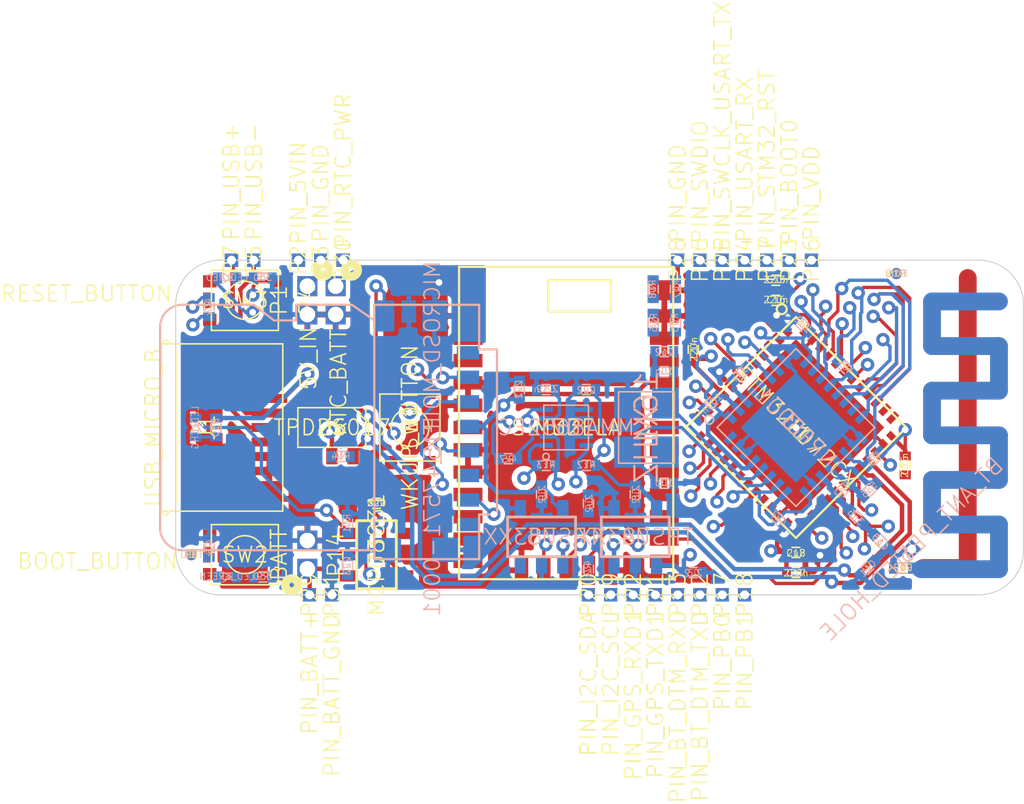
<source format=kicad_pcb>
(kicad_pcb (version 3) (host pcbnew "(2013-jul-07)-stable")
  (layers (15 Top signal) (2 VDD signal hide) (1 Mixed signal hide) (0 Bot signal) (18 B.Paste user) (19 F.Paste user) (20 B.SilkS user) (21 F.SilkS user) (22 B.Mask user) (23 F.Mask user) (28 Edge.Cuts user))
  (net 0 "")
  (net 1 +5V)
  (net 2 +BATT)
  (net 3 /ACC_INT1)
  (net 4 /ACC_INT2)
  (net 5 /BOOT0)
  (net 6 /BT_ACTIVE)
  (net 7 /BT_DTM_RXD)
  (net 8 /BT_DTM_TXD)
  (net 9 /BT_RDYN)
  (net 10 /BT_REQN)
  (net 11 /BT_RESET)
  (net 12 /BT_XC1)
  (net 13 /BT_XC2)
  (net 14 /CHARGER_STATUS)
  (net 15 /ENABLE_LDO2)
  (net 16 /GENERAL_PURPOSE_IO_PB0)
  (net 17 /GENERAL_PURPOSE_IO_PB1)
  (net 18 /GPS_3D-FIX)
  (net 19 /GPS_EINT1)
  (net 20 /GPS_FORCE_ON)
  (net 21 /GPS_RESET)
  (net 22 /GPS_RXD0)
  (net 23 /GPS_RXD1)
  (net 24 /GPS_TIMEMARK)
  (net 25 /GPS_TXD0)
  (net 26 /GPS_TXD1)
  (net 27 /GPS_WAKE_UP)
  (net 28 /I2C_SCL)
  (net 29 /I2C_SDA)
  (net 30 /LDO_2)
  (net 31 /LED1)
  (net 32 /LED2)
  (net 33 /MICROSD_CS)
  (net 34 /RTC_PWR)
  (net 35 /SD_CARD_INSERTED)
  (net 36 /SPI_MISO)
  (net 37 /SPI_MOSI)
  (net 38 /SPI_SCK)
  (net 39 /STM32_RST)
  (net 40 /SWCLK-USART_TX_FOR_FLASHING/DEBUG)
  (net 41 /SWDIO)
  (net 42 /USART_RX_FOR_FLASHING/DEBUG)
  (net 43 /USB_DM)
  (net 44 /USB_DP)
  (net 45 /VDD_PA)
  (net 46 GND)
  (net 47 N-0000011)
  (net 48 N-0000014)
  (net 49 N-0000018)
  (net 50 N-000002)
  (net 51 N-0000020)
  (net 52 N-0000021)
  (net 53 N-0000022)
  (net 54 N-0000023)
  (net 55 N-0000026)
  (net 56 N-000003)
  (net 57 N-0000030)
  (net 58 N-0000033)
  (net 59 N-000006)
  (net 60 N-0000064)
  (net 61 N-000007)
  (net 62 N-000008)
  (net 63 N-000009)
  (net 64 VDD)
  (module UFQFPN48_BOTPAD (layer Top) (at 134.3 26.5 315)
    (fp_text reference U1 (at 0 0 315) (layer F.SilkS) (effects (font (size 0.7 0.7) (thickness 0.07))))
    (fp_text value STM32F072CX (at 0 0 315) (layer F.SilkS) (effects (font (size 0.7 0.7) (thickness 0.07))))
    (pad 1 smd rect (at -3.375 -2.75 45) (size 0.3 0.55) (layers Top F.Paste F.Mask) (net 57 N-0000030))
    (pad 2 smd rect (at -3.375 -2.25 45) (size 0.3 0.55) (layers Top F.Paste F.Mask))
    (pad 3 smd rect (at -3.375 -1.75 45) (size 0.3 0.55) (layers Top F.Paste F.Mask))
    (pad 4 smd rect (at -3.375 -1.25 45) (size 0.3 0.55) (layers Top F.Paste F.Mask))
    (pad 5 smd rect (at -3.375 -0.75 45) (size 0.3 0.55) (layers Top F.Paste F.Mask))
    (pad 6 smd rect (at -3.375 -0.25 45) (size 0.3 0.55) (layers Top F.Paste F.Mask))
    (pad 7 smd rect (at -3.375 0.25 45) (size 0.3 0.55) (layers Top F.Paste F.Mask) (net 39 /STM32_RST))
    (pad 8 smd rect (at -3.375 0.75 45) (size 0.3 0.55) (layers Top F.Paste F.Mask) (net 46 GND))
    (pad 9 smd rect (at -3.375 1.25 45) (size 0.3 0.55) (layers Top F.Paste F.Mask) (net 64 VDD))
    (pad 10 smd rect (at -3.375 1.75 45) (size 0.3 0.55) (layers Top F.Paste F.Mask) (net 60 N-0000064))
    (pad 11 smd rect (at -3.375 2.25 45) (size 0.3 0.55) (layers Top F.Paste F.Mask) (net 4 /ACC_INT2))
    (pad 12 smd rect (at -3.375 2.75 45) (size 0.3 0.55) (layers Top F.Paste F.Mask) (net 22 /GPS_RXD0))
    (pad 13 smd rect (at -2.75 3.375 315) (size 0.3 0.55) (layers Top F.Paste F.Mask) (net 25 /GPS_TXD0))
    (pad 14 smd rect (at -2.25 3.375 315) (size 0.3 0.55) (layers Top F.Paste F.Mask) (net 33 /MICROSD_CS))
    (pad 15 smd rect (at -1.75 3.375 315) (size 0.3 0.55) (layers Top F.Paste F.Mask) (net 38 /SPI_SCK))
    (pad 16 smd rect (at -1.25 3.375 315) (size 0.3 0.55) (layers Top F.Paste F.Mask) (net 36 /SPI_MISO))
    (pad 17 smd rect (at -0.75 3.375 315) (size 0.3 0.55) (layers Top F.Paste F.Mask) (net 37 /SPI_MOSI))
    (pad 18 smd rect (at -0.25 3.375 315) (size 0.3 0.55) (layers Top F.Paste F.Mask) (net 16 /GENERAL_PURPOSE_IO_PB0))
    (pad 19 smd rect (at 0.25 3.375 315) (size 0.3 0.55) (layers Top F.Paste F.Mask) (net 17 /GENERAL_PURPOSE_IO_PB1))
    (pad 20 smd rect (at 0.75 3.375 315) (size 0.3 0.55) (layers Top F.Paste F.Mask) (net 27 /GPS_WAKE_UP))
    (pad 21 smd rect (at 1.25 3.375 315) (size 0.3 0.55) (layers Top F.Paste F.Mask) (net 31 /LED1))
    (pad 22 smd rect (at 1.75 3.375 315) (size 0.3 0.55) (layers Top F.Paste F.Mask) (net 32 /LED2))
    (pad 23 smd rect (at 2.25 3.375 315) (size 0.3 0.55) (layers Top F.Paste F.Mask) (net 46 GND))
    (pad 24 smd rect (at 2.75 3.375 315) (size 0.3 0.55) (layers Top F.Paste F.Mask) (net 64 VDD))
    (pad 25 smd rect (at 3.375 2.75 45) (size 0.3 0.55) (layers Top F.Paste F.Mask) (net 14 /CHARGER_STATUS))
    (pad 26 smd rect (at 3.375 2.25 45) (size 0.3 0.55) (layers Top F.Paste F.Mask) (net 18 /GPS_3D-FIX))
    (pad 27 smd rect (at 3.375 1.75 45) (size 0.3 0.55) (layers Top F.Paste F.Mask) (net 24 /GPS_TIMEMARK))
    (pad 28 smd rect (at 3.375 1.25 45) (size 0.3 0.55) (layers Top F.Paste F.Mask) (net 20 /GPS_FORCE_ON))
    (pad 29 smd rect (at 3.375 0.75 45) (size 0.3 0.55) (layers Top F.Paste F.Mask) (net 21 /GPS_RESET))
    (pad 30 smd rect (at 3.375 0.25 45) (size 0.3 0.55) (layers Top F.Paste F.Mask) (net 15 /ENABLE_LDO2))
    (pad 31 smd rect (at 3.375 -0.25 45) (size 0.3 0.55) (layers Top F.Paste F.Mask) (net 19 /GPS_EINT1))
    (pad 32 smd rect (at 3.375 -0.75 45) (size 0.3 0.55) (layers Top F.Paste F.Mask) (net 43 /USB_DM))
    (pad 33 smd rect (at 3.375 -1.25 45) (size 0.3 0.55) (layers Top F.Paste F.Mask) (net 44 /USB_DP))
    (pad 34 smd rect (at 3.375 -1.75 45) (size 0.3 0.55) (layers Top F.Paste F.Mask) (net 41 /SWDIO))
    (pad 35 smd rect (at 3.375 -2.25 45) (size 0.3 0.55) (layers Top F.Paste F.Mask) (net 46 GND))
    (pad 36 smd rect (at 3.375 -2.75 45) (size 0.3 0.55) (layers Top F.Paste F.Mask) (net 64 VDD))
    (pad 37 smd rect (at 2.75 -3.375 315) (size 0.3 0.55) (layers Top F.Paste F.Mask) (net 40 /SWCLK-USART_TX_FOR_FLASHING/DEBUG))
    (pad 38 smd rect (at 2.25 -3.375 315) (size 0.3 0.55) (layers Top F.Paste F.Mask) (net 42 /USART_RX_FOR_FLASHING/DEBUG))
    (pad 39 smd rect (at 1.75 -3.375 315) (size 0.3 0.55) (layers Top F.Paste F.Mask) (net 10 /BT_REQN))
    (pad 40 smd rect (at 1.25 -3.375 315) (size 0.3 0.55) (layers Top F.Paste F.Mask) (net 9 /BT_RDYN))
    (pad 41 smd rect (at 0.75 -3.375 315) (size 0.3 0.55) (layers Top F.Paste F.Mask) (net 35 /SD_CARD_INSERTED))
    (pad 42 smd rect (at 0.25 -3.375 315) (size 0.3 0.55) (layers Top F.Paste F.Mask) (net 28 /I2C_SCL))
    (pad 43 smd rect (at -0.25 -3.375 315) (size 0.3 0.55) (layers Top F.Paste F.Mask) (net 29 /I2C_SDA))
    (pad 44 smd rect (at -0.75 -3.375 315) (size 0.3 0.55) (layers Top F.Paste F.Mask) (net 5 /BOOT0))
    (pad 45 smd rect (at -1.25 -3.375 315) (size 0.3 0.55) (layers Top F.Paste F.Mask) (net 11 /BT_RESET))
    (pad 46 smd rect (at -1.75 -3.375 315) (size 0.3 0.55) (layers Top F.Paste F.Mask) (net 6 /BT_ACTIVE))
    (pad 47 smd rect (at -2.25 -3.375 315) (size 0.3 0.55) (layers Top F.Paste F.Mask) (net 46 GND))
    (pad 48 smd rect (at -2.75 -3.375 315) (size 0.3 0.55) (layers Top F.Paste F.Mask) (net 64 VDD))
    (pad 49 smd rect (at 0 0 315) (size 5.6 5.6) (layers Top F.Paste F.Mask) (net 46 GND))
  )
  (module TP_SMD_05MM (layer Bot) (at 138.8 19.6)
    (fp_text reference P11 (at 0 0) (layer B.SilkS) (effects (font (size 0.29972 0.29972) (thickness 0.03048)) (justify mirror)))
    (fp_text value FIDU (at 0 0) (layer B.SilkS) (effects (font (size 0.29972 0.29972) (thickness 0.03048)) (justify mirror)))
    (pad 1 smd circle (at 0 0) (size 0.50038 0.50038) (layers Bot B.Mask))
  )
  (module TP_SMD_05MM (layer Top) (at 107.2 32.2)
    (fp_text reference P8 (at 0 0) (layer F.SilkS) (effects (font (size 0.29972 0.29972) (thickness 0.03048))))
    (fp_text value FIDU (at 0 0) (layer F.SilkS) (effects (font (size 0.29972 0.29972) (thickness 0.03048))))
    (pad 1 smd circle (at 0 0) (size 0.50038 0.50038) (layers Top F.Mask))
  )
  (module TP_SMD_05MM (layer Bot) (at 107.2 32.2)
    (fp_text reference P9 (at 0 0) (layer B.SilkS) (effects (font (size 0.29972 0.29972) (thickness 0.03048)) (justify mirror)))
    (fp_text value FIDU (at 0 0) (layer B.SilkS) (effects (font (size 0.29972 0.29972) (thickness 0.03048)) (justify mirror)))
    (pad 1 smd circle (at 0 0) (size 0.50038 0.50038) (layers Bot B.Mask))
  )
  (module TP_SMD_05MM (layer Top) (at 138.8 19.6)
    (fp_text reference P10 (at 0 0) (layer F.SilkS) (effects (font (size 0.29972 0.29972) (thickness 0.03048))))
    (fp_text value FIDU (at 0 0) (layer F.SilkS) (effects (font (size 0.29972 0.29972) (thickness 0.03048))))
    (pad 1 smd circle (at 0 0) (size 0.50038 0.50038) (layers Top F.Mask))
  )
  (module SOT23-6 (layer Top) (at 113.5 26.5 180)
    (fp_text reference U6 (at 0 0 360) (layer F.SilkS) (effects (font (size 0.70104 0.70104) (thickness 0.07112))))
    (fp_text value TPD2S017 (at 0 0 180) (layer F.SilkS) (effects (font (size 0.70104 0.70104) (thickness 0.07112))))
    (pad 1 smd rect (at -0.9525 1.27 180) (size 0.508 0.762) (layers Top F.Paste F.Mask) (net 43 /USB_DM))
    (pad 3 smd rect (at 0.9525 1.27 180) (size 0.508 0.762) (layers Top F.Paste F.Mask) (net 47 N-0000011))
    (pad 5 smd rect (at 0 -1.27 180) (size 0.508 0.762) (layers Top F.Paste F.Mask) (net 1 +5V))
    (pad 2 smd rect (at 0 1.27 180) (size 0.508 0.762) (layers Top F.Paste F.Mask) (net 46 GND))
    (pad 4 smd rect (at 0.9525 -1.27 180) (size 0.508 0.762) (layers Top F.Paste F.Mask) (net 48 N-0000014))
    (pad 6 smd rect (at -0.9525 -1.27 180) (size 0.508 0.762) (layers Top F.Paste F.Mask) (net 44 /USB_DP))
  )
  (module SOT23-5 (layer Bot) (at 122.9 31.4 180)
    (fp_text reference U5 (at 0 0 180) (layer B.SilkS) (effects (font (size 0.7 0.7) (thickness 0.07)) (justify mirror)))
    (fp_text value TPS783XX (at 0 0 180) (layer B.SilkS) (effects (font (size 0.7 0.7) (thickness 0.07)) (justify mirror)))
    (pad 1 smd rect (at -0.9525 -1.27 180) (size 0.508 0.762) (layers Bot B.Paste B.Mask) (net 2 +BATT))
    (pad 3 smd rect (at 0.9525 -1.27 180) (size 0.508 0.762) (layers Bot B.Paste B.Mask) (net 15 /ENABLE_LDO2))
    (pad 5 smd rect (at -0.9525 1.27 180) (size 0.508 0.762) (layers Bot B.Paste B.Mask) (net 30 /LDO_2))
    (pad 2 smd rect (at 0 -1.27 180) (size 0.508 0.762) (layers Bot B.Paste B.Mask) (net 46 GND))
    (pad 4 smd rect (at 0.9525 1.27 180) (size 0.508 0.762) (layers Bot B.Paste B.Mask) (net 46 GND))
  )
  (module SOT23-5 (layer Bot) (at 127.1 31.4 180)
    (fp_text reference U4 (at 0 0 180) (layer B.SilkS) (effects (font (size 0.7 0.7) (thickness 0.07)) (justify mirror)))
    (fp_text value TPS783XX (at 0 0 180) (layer B.SilkS) (effects (font (size 0.7 0.7) (thickness 0.07)) (justify mirror)))
    (pad 1 smd rect (at -0.9525 -1.27 180) (size 0.508 0.762) (layers Bot B.Paste B.Mask) (net 2 +BATT))
    (pad 3 smd rect (at 0.9525 -1.27 180) (size 0.508 0.762) (layers Bot B.Paste B.Mask) (net 2 +BATT))
    (pad 5 smd rect (at -0.9525 1.27 180) (size 0.508 0.762) (layers Bot B.Paste B.Mask) (net 64 VDD))
    (pad 2 smd rect (at 0 -1.27 180) (size 0.508 0.762) (layers Bot B.Paste B.Mask) (net 46 GND))
    (pad 4 smd rect (at 0.9525 1.27 180) (size 0.508 0.762) (layers Bot B.Paste B.Mask) (net 46 GND))
  )
  (module SOT23-5 (layer Top) (at 115.5 32.2 270)
    (fp_text reference U8 (at 0 0 270) (layer F.SilkS) (effects (font (size 0.7 0.7) (thickness 0.07))))
    (fp_text value MCP73831 (at 0 0 270) (layer F.SilkS) (effects (font (size 0.7 0.7) (thickness 0.07))))
    (pad 1 smd rect (at -0.9525 1.27 270) (size 0.508 0.762) (layers Top F.Paste F.Mask) (net 14 /CHARGER_STATUS))
    (pad 3 smd rect (at 0.9525 1.27 270) (size 0.508 0.762) (layers Top F.Paste F.Mask) (net 2 +BATT))
    (pad 5 smd rect (at -0.9525 -1.27 270) (size 0.508 0.762) (layers Top F.Paste F.Mask) (net 54 N-0000023))
    (pad 2 smd rect (at 0 1.27 270) (size 0.508 0.762) (layers Top F.Paste F.Mask) (net 46 GND))
    (pad 4 smd rect (at 0.9525 -1.27 270) (size 0.508 0.762) (layers Top F.Paste F.Mask) (net 1 +5V))
  )
  (module SMD_0402_RT (layer Bot) (at 131.8 24.1 45)
    (fp_text reference C6 (at 0 -0.0254 45) (layer B.SilkS) (effects (font (size 0.29972 0.29972) (thickness 0.03556)) (justify mirror)))
    (fp_text value 33n (at 0 -0.0254 45) (layer B.SilkS) (effects (font (size 0.29972 0.29972) (thickness 0.03556)) (justify mirror)))
    (pad 1 smd rect (at -0.42418 0 45) (size 0.39878 0.50038) (layers Bot B.Paste B.Mask) (net 61 N-000007))
    (pad 2 smd rect (at 0.42418 0 45) (size 0.39878 0.50038) (layers Bot B.Paste B.Mask) (net 46 GND))
  )
  (module SMD_0402_RT (layer Bot) (at 134.6 21.9 315)
    (fp_text reference C1 (at 0 -0.0254 315) (layer B.SilkS) (effects (font (size 0.29972 0.29972) (thickness 0.03556)) (justify mirror)))
    (fp_text value 2u2 (at 0 -0.0254 315) (layer B.SilkS) (effects (font (size 0.29972 0.29972) (thickness 0.03556)) (justify mirror)))
    (pad 1 smd rect (at -0.42418 0 315) (size 0.39878 0.50038) (layers Bot B.Paste B.Mask) (net 46 GND))
    (pad 2 smd rect (at 0.42418 0 315) (size 0.39878 0.50038) (layers Bot B.Paste B.Mask) (net 64 VDD))
  )
  (module SMD_0402_RT (layer Bot) (at 123.1 28.2)
    (fp_text reference R13 (at 0 -0.0254) (layer B.SilkS) (effects (font (size 0.29972 0.29972) (thickness 0.03556)) (justify mirror)))
    (fp_text value 4k7 (at 0 -0.0254) (layer B.SilkS) (effects (font (size 0.29972 0.29972) (thickness 0.03556)) (justify mirror)))
    (pad 1 smd rect (at -0.42418 0) (size 0.39878 0.50038) (layers Bot B.Paste B.Mask) (net 64 VDD))
    (pad 2 smd rect (at 0.42418 0) (size 0.39878 0.50038) (layers Bot B.Paste B.Mask) (net 28 /I2C_SCL))
  )
  (module SMD_0402_RT (layer Bot) (at 124.9 28.2)
    (fp_text reference R12 (at 0 -0.0254) (layer B.SilkS) (effects (font (size 0.29972 0.29972) (thickness 0.03556)) (justify mirror)))
    (fp_text value 4k7 (at 0 -0.0254) (layer B.SilkS) (effects (font (size 0.29972 0.29972) (thickness 0.03556)) (justify mirror)))
    (pad 1 smd rect (at -0.42418 0) (size 0.39878 0.50038) (layers Bot B.Paste B.Mask) (net 29 /I2C_SDA))
    (pad 2 smd rect (at 0.42418 0) (size 0.39878 0.50038) (layers Bot B.Paste B.Mask) (net 64 VDD))
  )
  (module SMD_0402_RT (layer Bot) (at 125 32.85 90)
    (fp_text reference R2 (at 0 -0.0254 90) (layer B.SilkS) (effects (font (size 0.29972 0.29972) (thickness 0.03556)) (justify mirror)))
    (fp_text value 47k (at 0 -0.0254 90) (layer B.SilkS) (effects (font (size 0.29972 0.29972) (thickness 0.03556)) (justify mirror)))
    (pad 1 smd rect (at -0.42418 0 90) (size 0.39878 0.50038) (layers Bot B.Paste B.Mask) (net 46 GND))
    (pad 2 smd rect (at 0.42418 0 90) (size 0.39878 0.50038) (layers Bot B.Paste B.Mask) (net 15 /ENABLE_LDO2))
  )
  (module SMD_0402_RT (layer Bot) (at 125 29.9 270)
    (fp_text reference C4 (at 0 -0.0254 270) (layer B.SilkS) (effects (font (size 0.29972 0.29972) (thickness 0.03556)) (justify mirror)))
    (fp_text value 2u2 (at 0 -0.0254 270) (layer B.SilkS) (effects (font (size 0.29972 0.29972) (thickness 0.03556)) (justify mirror)))
    (pad 1 smd rect (at -0.42418 0 270) (size 0.39878 0.50038) (layers Bot B.Paste B.Mask) (net 46 GND))
    (pad 2 smd rect (at 0.42418 0 270) (size 0.39878 0.50038) (layers Bot B.Paste B.Mask) (net 2 +BATT))
  )
  (module SMD_0402_RT (layer Bot) (at 130.5 25.4 225)
    (fp_text reference C7 (at 0 -0.0254 225) (layer B.SilkS) (effects (font (size 0.29972 0.29972) (thickness 0.03556)) (justify mirror)))
    (fp_text value 100n (at 0 -0.0254 225) (layer B.SilkS) (effects (font (size 0.29972 0.29972) (thickness 0.03556)) (justify mirror)))
    (pad 1 smd rect (at -0.42418 0 225) (size 0.39878 0.50038) (layers Bot B.Paste B.Mask) (net 62 N-000008))
    (pad 2 smd rect (at 0.42418 0 225) (size 0.39878 0.50038) (layers Bot B.Paste B.Mask) (net 46 GND))
  )
  (module SMD_0402_RT (layer Bot) (at 133.5 30.6 315)
    (fp_text reference R4 (at 0 -0.0254 315) (layer B.SilkS) (effects (font (size 0.29972 0.29972) (thickness 0.03556)) (justify mirror)))
    (fp_text value 4k7 (at 0 -0.0254 315) (layer B.SilkS) (effects (font (size 0.29972 0.29972) (thickness 0.03556)) (justify mirror)))
    (pad 1 smd rect (at -0.42418 0 315) (size 0.39878 0.50038) (layers Bot B.Paste B.Mask) (net 59 N-000006))
    (pad 2 smd rect (at 0.42418 0 315) (size 0.39878 0.50038) (layers Bot B.Paste B.Mask) (net 46 GND))
  )
  (module SMD_0402_RT (layer Bot) (at 108 21.1 90)
    (fp_text reference R7 (at 0 -0.0254 90) (layer B.SilkS) (effects (font (size 0.29972 0.29972) (thickness 0.03556)) (justify mirror)))
    (fp_text value 47k (at 0 -0.0254 90) (layer B.SilkS) (effects (font (size 0.29972 0.29972) (thickness 0.03556)) (justify mirror)))
    (pad 1 smd rect (at -0.42418 0 90) (size 0.39878 0.50038) (layers Bot B.Paste B.Mask) (net 64 VDD))
    (pad 2 smd rect (at 0.42418 0 90) (size 0.39878 0.50038) (layers Bot B.Paste B.Mask) (net 39 /STM32_RST))
  )
  (module SMD_0402_RT (layer Bot) (at 138.1 31.6 135)
    (fp_text reference C10 (at 0 -0.0254 135) (layer B.SilkS) (effects (font (size 0.29972 0.29972) (thickness 0.03556)) (justify mirror)))
    (fp_text value 1p8 (at 0 -0.0254 135) (layer B.SilkS) (effects (font (size 0.29972 0.29972) (thickness 0.03556)) (justify mirror)))
    (pad 1 smd rect (at -0.42418 0 135) (size 0.39878 0.50038) (layers Bot B.Paste B.Mask) (net 58 N-0000033))
    (pad 2 smd rect (at 0.42418 0 135) (size 0.39878 0.50038) (layers Bot B.Paste B.Mask) (net 50 N-000002))
  )
  (module SMD_0402_RT (layer Bot) (at 137.5 32.8 225)
    (fp_text reference C11 (at 0 -0.0254 225) (layer B.SilkS) (effects (font (size 0.29972 0.29972) (thickness 0.03556)) (justify mirror)))
    (fp_text value NA (at 0 -0.0254 225) (layer B.SilkS) (effects (font (size 0.29972 0.29972) (thickness 0.03556)) (justify mirror)))
    (pad 1 smd rect (at -0.42418 0 225) (size 0.39878 0.50038) (layers Bot B.Paste B.Mask) (net 58 N-0000033))
    (pad 2 smd rect (at 0.42418 0 225) (size 0.39878 0.50038) (layers Bot B.Paste B.Mask) (net 46 GND))
  )
  (module SMD_0402_RT (layer Bot) (at 136.5 23.8 315)
    (fp_text reference R3 (at 0 -0.0254 315) (layer B.SilkS) (effects (font (size 0.29972 0.29972) (thickness 0.03556)) (justify mirror)))
    (fp_text value 47k (at 0 -0.0254 315) (layer B.SilkS) (effects (font (size 0.29972 0.29972) (thickness 0.03556)) (justify mirror)))
    (pad 1 smd rect (at -0.42418 0 315) (size 0.39878 0.50038) (layers Bot B.Paste B.Mask) (net 64 VDD))
    (pad 2 smd rect (at 0.42418 0 315) (size 0.39878 0.50038) (layers Bot B.Paste B.Mask) (net 10 /BT_REQN))
  )
  (module SMD_0402_RT (layer Bot) (at 137.8 27.9 225)
    (fp_text reference R1 (at 0 -0.0254 225) (layer B.SilkS) (effects (font (size 0.29972 0.29972) (thickness 0.03556)) (justify mirror)))
    (fp_text value 47k (at 0 -0.0254 225) (layer B.SilkS) (effects (font (size 0.29972 0.29972) (thickness 0.03556)) (justify mirror)))
    (pad 1 smd rect (at -0.42418 0 225) (size 0.39878 0.50038) (layers Bot B.Paste B.Mask) (net 64 VDD))
    (pad 2 smd rect (at 0.42418 0 225) (size 0.39878 0.50038) (layers Bot B.Paste B.Mask) (net 11 /BT_RESET))
  )
  (module SMD_0402_RT (layer Bot) (at 128.4 23.1 180)
    (fp_text reference C12 (at 0 -0.0254 180) (layer B.SilkS) (effects (font (size 0.29972 0.29972) (thickness 0.03556)) (justify mirror)))
    (fp_text value 2u2 (at 0 -0.0254 180) (layer B.SilkS) (effects (font (size 0.29972 0.29972) (thickness 0.03556)) (justify mirror)))
    (pad 1 smd rect (at -0.42418 0 180) (size 0.39878 0.50038) (layers Bot B.Paste B.Mask) (net 30 /LDO_2))
    (pad 2 smd rect (at 0.42418 0 180) (size 0.39878 0.50038) (layers Bot B.Paste B.Mask) (net 46 GND))
  )
  (module SMD_0402_RT (layer Bot) (at 113.9 27.8)
    (fp_text reference R14 (at 0 -0.0254) (layer B.SilkS) (effects (font (size 0.29972 0.29972) (thickness 0.03556)) (justify mirror)))
    (fp_text value NA (at 0 -0.0254) (layer B.SilkS) (effects (font (size 0.29972 0.29972) (thickness 0.03556)) (justify mirror)))
    (pad 1 smd rect (at -0.42418 0) (size 0.39878 0.50038) (layers Bot B.Paste B.Mask) (net 64 VDD))
    (pad 2 smd rect (at 0.42418 0) (size 0.39878 0.50038) (layers Bot B.Paste B.Mask) (net 44 /USB_DP))
  )
  (module SMD_0402_RT (layer Bot) (at 128.9 20.3 270)
    (fp_text reference R17 (at 0 -0.0254 270) (layer B.SilkS) (effects (font (size 0.29972 0.29972) (thickness 0.03556)) (justify mirror)))
    (fp_text value 0 (at 0 -0.0254 270) (layer B.SilkS) (effects (font (size 0.29972 0.29972) (thickness 0.03556)) (justify mirror)))
    (pad 1 smd rect (at -0.42418 0 270) (size 0.39878 0.50038) (layers Bot B.Paste B.Mask) (net 57 N-0000030))
    (pad 2 smd rect (at 0.42418 0 270) (size 0.39878 0.50038) (layers Bot B.Paste B.Mask) (net 64 VDD))
  )
  (module SMD_0402_RT (layer Bot) (at 127.9 20.3 90)
    (fp_text reference R18 (at 0 -0.0254 90) (layer B.SilkS) (effects (font (size 0.29972 0.29972) (thickness 0.03556)) (justify mirror)))
    (fp_text value NA (at 0 -0.0254 90) (layer B.SilkS) (effects (font (size 0.29972 0.29972) (thickness 0.03556)) (justify mirror)))
    (pad 1 smd rect (at -0.42418 0 90) (size 0.39878 0.50038) (layers Bot B.Paste B.Mask) (net 34 /RTC_PWR))
    (pad 2 smd rect (at 0.42418 0 90) (size 0.39878 0.50038) (layers Bot B.Paste B.Mask) (net 57 N-0000030))
  )
  (module SMD_0402_RT (layer Bot) (at 128.9 21.8 90)
    (fp_text reference R15 (at 0 -0.0254 90) (layer B.SilkS) (effects (font (size 0.29972 0.29972) (thickness 0.03556)) (justify mirror)))
    (fp_text value 0 (at 0 -0.0254 90) (layer B.SilkS) (effects (font (size 0.29972 0.29972) (thickness 0.03556)) (justify mirror)))
    (pad 1 smd rect (at -0.42418 0 90) (size 0.39878 0.50038) (layers Bot B.Paste B.Mask) (net 55 N-0000026))
    (pad 2 smd rect (at 0.42418 0 90) (size 0.39878 0.50038) (layers Bot B.Paste B.Mask) (net 64 VDD))
  )
  (module SMD_0402_RT (layer Bot) (at 127.9 21.8 270)
    (fp_text reference R16 (at 0 -0.0254 270) (layer B.SilkS) (effects (font (size 0.29972 0.29972) (thickness 0.03556)) (justify mirror)))
    (fp_text value NA (at 0 -0.0254 270) (layer B.SilkS) (effects (font (size 0.29972 0.29972) (thickness 0.03556)) (justify mirror)))
    (pad 1 smd rect (at -0.42418 0 270) (size 0.39878 0.50038) (layers Bot B.Paste B.Mask) (net 34 /RTC_PWR))
    (pad 2 smd rect (at 0.42418 0 270) (size 0.39878 0.50038) (layers Bot B.Paste B.Mask) (net 55 N-0000026))
  )
  (module SMD_0402_RT (layer Top) (at 129.7 23 90)
    (fp_text reference C14 (at 0 0.0254 90) (layer F.SilkS) (effects (font (size 0.29972 0.29972) (thickness 0.03556))))
    (fp_text value 220n (at 0 0.0254 90) (layer F.SilkS) (effects (font (size 0.29972 0.29972) (thickness 0.03556))))
    (pad 1 smd rect (at -0.42418 0 90) (size 0.39878 0.50038) (layers Top F.Paste F.Mask) (net 64 VDD))
    (pad 2 smd rect (at 0.42418 0 90) (size 0.39878 0.50038) (layers Top F.Paste F.Mask) (net 46 GND))
  )
  (module SMD_0402_RT (layer Bot) (at 121.9 24.8 90)
    (fp_text reference C21 (at 0 -0.0254 90) (layer B.SilkS) (effects (font (size 0.29972 0.29972) (thickness 0.03556)) (justify mirror)))
    (fp_text value 2u2 (at 0 -0.0254 90) (layer B.SilkS) (effects (font (size 0.29972 0.29972) (thickness 0.03556)) (justify mirror)))
    (pad 1 smd rect (at -0.42418 0 90) (size 0.39878 0.50038) (layers Bot B.Paste B.Mask) (net 30 /LDO_2))
    (pad 2 smd rect (at 0.42418 0 90) (size 0.39878 0.50038) (layers Bot B.Paste B.Mask) (net 46 GND))
  )
  (module SMD_0402_RT (layer Bot) (at 110.4 19.8)
    (fp_text reference R8 (at 0 -0.0254) (layer B.SilkS) (effects (font (size 0.29972 0.29972) (thickness 0.03556)) (justify mirror)))
    (fp_text value 330 (at 0 -0.0254) (layer B.SilkS) (effects (font (size 0.29972 0.29972) (thickness 0.03556)) (justify mirror)))
    (pad 1 smd rect (at -0.42418 0) (size 0.39878 0.50038) (layers Bot B.Paste B.Mask) (net 51 N-0000020))
    (pad 2 smd rect (at 0.42418 0) (size 0.39878 0.50038) (layers Bot B.Paste B.Mask) (net 46 GND))
  )
  (module SMD_0402_RT (layer Bot) (at 110.4 33.2)
    (fp_text reference R9 (at 0 -0.0254) (layer B.SilkS) (effects (font (size 0.29972 0.29972) (thickness 0.03556)) (justify mirror)))
    (fp_text value 330 (at 0 -0.0254) (layer B.SilkS) (effects (font (size 0.29972 0.29972) (thickness 0.03556)) (justify mirror)))
    (pad 1 smd rect (at -0.42418 0) (size 0.39878 0.50038) (layers Bot B.Paste B.Mask) (net 49 N-0000018))
    (pad 2 smd rect (at 0.42418 0) (size 0.39878 0.50038) (layers Bot B.Paste B.Mask) (net 46 GND))
  )
  (module SMD_0402_RT (layer Bot) (at 108.3 26.5 90)
    (fp_text reference R10 (at 0 -0.0254 90) (layer B.SilkS) (effects (font (size 0.29972 0.29972) (thickness 0.03556)) (justify mirror)))
    (fp_text value 330 (at 0 -0.0254 90) (layer B.SilkS) (effects (font (size 0.29972 0.29972) (thickness 0.03556)) (justify mirror)))
    (pad 1 smd rect (at -0.42418 0 90) (size 0.39878 0.50038) (layers Bot B.Paste B.Mask) (net 53 N-0000022))
    (pad 2 smd rect (at 0.42418 0 90) (size 0.39878 0.50038) (layers Bot B.Paste B.Mask) (net 1 +5V))
  )
  (module SMD_0402_RT (layer Top) (at 115.5 29.9 180)
    (fp_text reference C20 (at 0 0.0254 180) (layer F.SilkS) (effects (font (size 0.29972 0.29972) (thickness 0.03556))))
    (fp_text value 2u2 (at 0 0.0254 180) (layer F.SilkS) (effects (font (size 0.29972 0.29972) (thickness 0.03556))))
    (pad 1 smd rect (at -0.42418 0 180) (size 0.39878 0.50038) (layers Top F.Paste F.Mask) (net 46 GND))
    (pad 2 smd rect (at 0.42418 0 180) (size 0.39878 0.50038) (layers Top F.Paste F.Mask) (net 1 +5V))
  )
  (module SMD_0402_RT (layer Bot) (at 114.2 32.7 90)
    (fp_text reference C23 (at 0 -0.0254 90) (layer B.SilkS) (effects (font (size 0.29972 0.29972) (thickness 0.03556)) (justify mirror)))
    (fp_text value 2u2 (at 0 -0.0254 90) (layer B.SilkS) (effects (font (size 0.29972 0.29972) (thickness 0.03556)) (justify mirror)))
    (pad 1 smd rect (at -0.42418 0 90) (size 0.39878 0.50038) (layers Bot B.Paste B.Mask) (net 2 +BATT))
    (pad 2 smd rect (at 0.42418 0 90) (size 0.39878 0.50038) (layers Bot B.Paste B.Mask) (net 46 GND))
  )
  (module SMD_0402_RT (layer Bot) (at 114.2 30.8 90)
    (fp_text reference R11 (at 0 -0.0254 90) (layer B.SilkS) (effects (font (size 0.29972 0.29972) (thickness 0.03556)) (justify mirror)))
    (fp_text value 2k (at 0 -0.0254 90) (layer B.SilkS) (effects (font (size 0.29972 0.29972) (thickness 0.03556)) (justify mirror)))
    (pad 1 smd rect (at -0.42418 0 90) (size 0.39878 0.50038) (layers Bot B.Paste B.Mask) (net 54 N-0000023))
    (pad 2 smd rect (at 0.42418 0 90) (size 0.39878 0.50038) (layers Bot B.Paste B.Mask) (net 46 GND))
  )
  (module SMD_0402_RT (layer Bot) (at 122.9 29.5 270)
    (fp_text reference C9 (at 0 -0.0254 270) (layer B.SilkS) (effects (font (size 0.29972 0.29972) (thickness 0.03556)) (justify mirror)))
    (fp_text value 2u2 (at 0 -0.0254 270) (layer B.SilkS) (effects (font (size 0.29972 0.29972) (thickness 0.03556)) (justify mirror)))
    (pad 1 smd rect (at -0.42418 0 270) (size 0.39878 0.50038) (layers Bot B.Paste B.Mask) (net 30 /LDO_2))
    (pad 2 smd rect (at 0.42418 0 270) (size 0.39878 0.50038) (layers Bot B.Paste B.Mask) (net 46 GND))
  )
  (module SMD_0402_RT (layer Bot) (at 123.1 24.8)
    (fp_text reference C19 (at 0 -0.0254) (layer B.SilkS) (effects (font (size 0.29972 0.29972) (thickness 0.03556)) (justify mirror)))
    (fp_text value 220n (at 0 -0.0254) (layer B.SilkS) (effects (font (size 0.29972 0.29972) (thickness 0.03556)) (justify mirror)))
    (pad 1 smd rect (at -0.42418 0) (size 0.39878 0.50038) (layers Bot B.Paste B.Mask) (net 46 GND))
    (pad 2 smd rect (at 0.42418 0) (size 0.39878 0.50038) (layers Bot B.Paste B.Mask) (net 52 N-0000021))
  )
  (module SMD_0402_RT (layer Bot) (at 124.9 24.8 180)
    (fp_text reference C22 (at 0 -0.0254 180) (layer B.SilkS) (effects (font (size 0.29972 0.29972) (thickness 0.03556)) (justify mirror)))
    (fp_text value 2u2 (at 0 -0.0254 180) (layer B.SilkS) (effects (font (size 0.29972 0.29972) (thickness 0.03556)) (justify mirror)))
    (pad 1 smd rect (at -0.42418 0 180) (size 0.39878 0.50038) (layers Bot B.Paste B.Mask) (net 64 VDD))
    (pad 2 smd rect (at 0.42418 0 180) (size 0.39878 0.50038) (layers Bot B.Paste B.Mask) (net 46 GND))
  )
  (module SMD_0402_RT (layer Top) (at 139.2 28.2 270)
    (fp_text reference C15 (at 0 0.0254 270) (layer F.SilkS) (effects (font (size 0.29972 0.29972) (thickness 0.03556))))
    (fp_text value 220n (at 0 0.0254 270) (layer F.SilkS) (effects (font (size 0.29972 0.29972) (thickness 0.03556))))
    (pad 1 smd rect (at -0.42418 0 270) (size 0.39878 0.50038) (layers Top F.Paste F.Mask) (net 64 VDD))
    (pad 2 smd rect (at 0.42418 0 270) (size 0.39878 0.50038) (layers Top F.Paste F.Mask) (net 46 GND))
  )
  (module SMD_0402_RT (layer Top) (at 133.4 19.9 180)
    (fp_text reference C13 (at 0 0.0254 180) (layer F.SilkS) (effects (font (size 0.29972 0.29972) (thickness 0.03556))))
    (fp_text value 220n (at 0 0.0254 180) (layer F.SilkS) (effects (font (size 0.29972 0.29972) (thickness 0.03556))))
    (pad 1 smd rect (at -0.42418 0 180) (size 0.39878 0.50038) (layers Top F.Paste F.Mask) (net 57 N-0000030))
    (pad 2 smd rect (at 0.42418 0 180) (size 0.39878 0.50038) (layers Top F.Paste F.Mask) (net 46 GND))
  )
  (module SMD_0402_RT (layer Top) (at 134.3 33)
    (fp_text reference C17 (at 0 0.0254) (layer F.SilkS) (effects (font (size 0.29972 0.29972) (thickness 0.03556))))
    (fp_text value 220n (at 0 0.0254) (layer F.SilkS) (effects (font (size 0.29972 0.29972) (thickness 0.03556))))
    (pad 1 smd rect (at -0.42418 0) (size 0.39878 0.50038) (layers Top F.Paste F.Mask) (net 64 VDD))
    (pad 2 smd rect (at 0.42418 0) (size 0.39878 0.50038) (layers Top F.Paste F.Mask) (net 46 GND))
  )
  (module SMD_0402_RT (layer Bot) (at 108 31.9 270)
    (fp_text reference R6 (at 0 -0.0254 270) (layer B.SilkS) (effects (font (size 0.29972 0.29972) (thickness 0.03556)) (justify mirror)))
    (fp_text value 47k (at 0 -0.0254 270) (layer B.SilkS) (effects (font (size 0.29972 0.29972) (thickness 0.03556)) (justify mirror)))
    (pad 1 smd rect (at -0.42418 0 270) (size 0.39878 0.50038) (layers Bot B.Paste B.Mask) (net 46 GND))
    (pad 2 smd rect (at 0.42418 0 270) (size 0.39878 0.50038) (layers Bot B.Paste B.Mask) (net 5 /BOOT0))
  )
  (module SMD_0402_RT (layer Bot) (at 121.4 27.9 180)
    (fp_text reference R5 (at 0 -0.0254 180) (layer B.SilkS) (effects (font (size 0.29972 0.29972) (thickness 0.03556)) (justify mirror)))
    (fp_text value 4k7 (at 0 -0.0254 180) (layer B.SilkS) (effects (font (size 0.29972 0.29972) (thickness 0.03556)) (justify mirror)))
    (pad 1 smd rect (at -0.42418 0 180) (size 0.39878 0.50038) (layers Bot B.Paste B.Mask) (net 3 /ACC_INT1))
    (pad 2 smd rect (at 0.42418 0 180) (size 0.39878 0.50038) (layers Bot B.Paste B.Mask) (net 60 N-0000064))
  )
  (module SMD_0402_RT (layer Bot) (at 129.7 33 180)
    (fp_text reference C3 (at 0 -0.0254 180) (layer B.SilkS) (effects (font (size 0.29972 0.29972) (thickness 0.03556)) (justify mirror)))
    (fp_text value 2u2 (at 0 -0.0254 180) (layer B.SilkS) (effects (font (size 0.29972 0.29972) (thickness 0.03556)) (justify mirror)))
    (pad 1 smd rect (at -0.42418 0 180) (size 0.39878 0.50038) (layers Bot B.Paste B.Mask) (net 46 GND))
    (pad 2 smd rect (at 0.42418 0 180) (size 0.39878 0.50038) (layers Bot B.Paste B.Mask) (net 2 +BATT))
  )
  (module SMD_0402_RT (layer Bot) (at 127.1 29.5 270)
    (fp_text reference C8 (at 0 -0.0254 270) (layer B.SilkS) (effects (font (size 0.29972 0.29972) (thickness 0.03556)) (justify mirror)))
    (fp_text value 2u2 (at 0 -0.0254 270) (layer B.SilkS) (effects (font (size 0.29972 0.29972) (thickness 0.03556)) (justify mirror)))
    (pad 1 smd rect (at -0.42418 0 270) (size 0.39878 0.50038) (layers Bot B.Paste B.Mask) (net 64 VDD))
    (pad 2 smd rect (at 0.42418 0 270) (size 0.39878 0.50038) (layers Bot B.Paste B.Mask) (net 46 GND))
  )
  (module SMD_0402_RT (layer Bot) (at 128.4 29)
    (fp_text reference C5 (at 0 -0.0254) (layer B.SilkS) (effects (font (size 0.29972 0.29972) (thickness 0.03556)) (justify mirror)))
    (fp_text value 10p (at 0 -0.0254) (layer B.SilkS) (effects (font (size 0.29972 0.29972) (thickness 0.03556)) (justify mirror)))
    (pad 1 smd rect (at -0.42418 0) (size 0.39878 0.50038) (layers Bot B.Paste B.Mask) (net 13 /BT_XC2))
    (pad 2 smd rect (at 0.42418 0) (size 0.39878 0.50038) (layers Bot B.Paste B.Mask) (net 46 GND))
  )
  (module SMD_0402_RT (layer Top) (at 134.3 32.1)
    (fp_text reference C18 (at 0 0.0254) (layer F.SilkS) (effects (font (size 0.29972 0.29972) (thickness 0.03556))))
    (fp_text value 2u2 (at 0 0.0254) (layer F.SilkS) (effects (font (size 0.29972 0.29972) (thickness 0.03556))))
    (pad 1 smd rect (at -0.42418 0) (size 0.39878 0.50038) (layers Top F.Paste F.Mask) (net 64 VDD))
    (pad 2 smd rect (at 0.42418 0) (size 0.39878 0.50038) (layers Top F.Paste F.Mask) (net 46 GND))
  )
  (module SMD_0402_RT (layer Bot) (at 128.4 24)
    (fp_text reference C2 (at 0 -0.0254) (layer B.SilkS) (effects (font (size 0.29972 0.29972) (thickness 0.03556)) (justify mirror)))
    (fp_text value 10p (at 0 -0.0254) (layer B.SilkS) (effects (font (size 0.29972 0.29972) (thickness 0.03556)) (justify mirror)))
    (pad 1 smd rect (at -0.42418 0) (size 0.39878 0.50038) (layers Bot B.Paste B.Mask) (net 46 GND))
    (pad 2 smd rect (at 0.42418 0) (size 0.39878 0.50038) (layers Bot B.Paste B.Mask) (net 12 /BT_XC1))
  )
  (module SMD_0402_RT (layer Top) (at 133.4 20.8 180)
    (fp_text reference C16 (at 0 0.0254 180) (layer F.SilkS) (effects (font (size 0.29972 0.29972) (thickness 0.03556))))
    (fp_text value 220n (at 0 0.0254 180) (layer F.SilkS) (effects (font (size 0.29972 0.29972) (thickness 0.03556))))
    (pad 1 smd rect (at -0.42418 0 180) (size 0.39878 0.50038) (layers Top F.Paste F.Mask) (net 64 VDD))
    (pad 2 smd rect (at 0.42418 0 180) (size 0.39878 0.50038) (layers Top F.Paste F.Mask) (net 46 GND))
  )
  (module SKSGPAE010 (layer Top) (at 117 26.5 270)
    (fp_text reference SW1 (at 0 0 270) (layer F.SilkS) (effects (font (size 0.70104 0.70104) (thickness 0.07112))))
    (fp_text value WKUP_BUTTON (at 0 0 270) (layer F.SilkS) (effects (font (size 0.70104 0.70104) (thickness 0.07112))))
    (pad 1 smd rect (at -1.5748 -0.87376 270) (size 0.59944 0.55118) (layers Top F.Paste F.Mask) (net 64 VDD))
    (pad 2 smd rect (at -1.5748 0.8509 270) (size 0.59944 0.55118) (layers Top F.Paste F.Mask) (net 60 N-0000064))
    (pad 3 smd rect (at 1.5748 -0.87376 270) (size 0.59944 0.55118) (layers Top F.Paste F.Mask))
    (pad 4 smd rect (at 1.5748 0.8509 270) (size 0.59944 0.55118) (layers Top F.Paste F.Mask))
    (pad 5 smd rect (at -1.67386 0 270) (size 0.39878 0.70104) (layers Top F.Paste F.Mask))
    (pad 6 smd rect (at 1.67386 0 270) (size 0.39878 0.70104) (layers Top F.Paste F.Mask))
  )
  (module SKSGPAE010 (layer Top) (at 109.6 32.2 180)
    (fp_text reference SW2 (at 0 0 180) (layer F.SilkS) (effects (font (size 0.70104 0.70104) (thickness 0.07112))))
    (fp_text value BOOT_BUTTON (at 6.6 -0.3 180) (layer F.SilkS) (effects (font (size 0.70104 0.70104) (thickness 0.07112))))
    (pad 1 smd rect (at -1.5748 -0.87376 180) (size 0.59944 0.55118) (layers Top F.Paste F.Mask) (net 64 VDD))
    (pad 2 smd rect (at -1.5748 0.8509 180) (size 0.59944 0.55118) (layers Top F.Paste F.Mask) (net 5 /BOOT0))
    (pad 3 smd rect (at 1.5748 -0.87376 180) (size 0.59944 0.55118) (layers Top F.Paste F.Mask))
    (pad 4 smd rect (at 1.5748 0.8509 180) (size 0.59944 0.55118) (layers Top F.Paste F.Mask))
    (pad 5 smd rect (at -1.67386 0 180) (size 0.39878 0.70104) (layers Top F.Paste F.Mask))
    (pad 6 smd rect (at 1.67386 0 180) (size 0.39878 0.70104) (layers Top F.Paste F.Mask))
  )
  (module SKSGPAE010 (layer Top) (at 109.6 20.8 180)
    (fp_text reference SW3 (at 0 0 180) (layer F.SilkS) (effects (font (size 0.70104 0.70104) (thickness 0.07112))))
    (fp_text value RESET_BUTTON (at 7.1 0.3 180) (layer F.SilkS) (effects (font (size 0.70104 0.70104) (thickness 0.07112))))
    (pad 1 smd rect (at -1.5748 -0.87376 180) (size 0.59944 0.55118) (layers Top F.Paste F.Mask) (net 46 GND))
    (pad 2 smd rect (at -1.5748 0.8509 180) (size 0.59944 0.55118) (layers Top F.Paste F.Mask) (net 39 /STM32_RST))
    (pad 3 smd rect (at 1.5748 -0.87376 180) (size 0.59944 0.55118) (layers Top F.Paste F.Mask))
    (pad 4 smd rect (at 1.5748 0.8509 180) (size 0.59944 0.55118) (layers Top F.Paste F.Mask))
    (pad 5 smd rect (at -1.67386 0 180) (size 0.39878 0.70104) (layers Top F.Paste F.Mask))
    (pad 6 smd rect (at 1.67386 0 180) (size 0.39878 0.70104) (layers Top F.Paste F.Mask))
  )
  (module SIM33ELA (layer Top) (at 124 26.5 180)
    (fp_text reference U2 (at 0 0 180) (layer F.SilkS) (effects (font (size 0.7 0.7) (thickness 0.07))))
    (fp_text value SIM33ELA (at 0 0 180) (layer F.SilkS) (effects (font (size 0.7 0.7) (thickness 0.07))))
    (pad 1 smd rect (at -4.4 -6 180) (size 1.3 0.6) (layers Top F.Paste F.Mask))
    (pad 2 smd rect (at -4.4 -5 180) (size 1.3 0.6) (layers Top F.Paste F.Mask) (net 18 /GPS_3D-FIX))
    (pad 3 smd rect (at -4.4 -4 180) (size 1.3 0.6) (layers Top F.Paste F.Mask) (net 26 /GPS_TXD1))
    (pad 4 smd rect (at -4.4 -3 180) (size 1.3 0.6) (layers Top F.Paste F.Mask) (net 46 GND))
    (pad 5 smd rect (at -4.4 -2 180) (size 1.3 0.6) (layers Top F.Paste F.Mask) (net 46 GND))
    (pad 6 smd rect (at -4.4 -1 180) (size 1.3 0.6) (layers Top F.Paste F.Mask) (net 23 /GPS_RXD1))
    (pad 7 smd rect (at -4.4 0 180) (size 1.3 0.6) (layers Top F.Paste F.Mask) (net 19 /GPS_EINT1))
    (pad 8 smd rect (at -4.4 1 180) (size 1.3 0.6) (layers Top F.Paste F.Mask) (net 55 N-0000026))
    (pad 9 smd rect (at -4.4 2 180) (size 1.3 0.6) (layers Top F.Paste F.Mask) (net 30 /LDO_2))
    (pad 10 smd rect (at -4.4 3 180) (size 1.3 0.6) (layers Top F.Paste F.Mask) (net 46 GND))
    (pad 11 smd rect (at -4.4 4 180) (size 1.3 0.6) (layers Top F.Paste F.Mask) (net 46 GND))
    (pad 12 smd rect (at -4.4 5 180) (size 1.3 0.6) (layers Top F.Paste F.Mask) (net 46 GND))
    (pad 13 smd rect (at -4.4 6.15 180) (size 1.3 0.9) (layers Top F.Paste F.Mask) (net 46 GND))
    (pad 14 smd rect (at 4.4 6.15 180) (size 1.3 0.9) (layers Top F.Paste F.Mask) (net 46 GND))
    (pad 15 smd rect (at 4.4 5 180) (size 1.3 0.6) (layers Top F.Paste F.Mask) (net 46 GND))
    (pad 16 smd rect (at 4.4 4 180) (size 1.3 0.6) (layers Top F.Paste F.Mask))
    (pad 17 smd rect (at 4.4 3 180) (size 1.3 0.6) (layers Top F.Paste F.Mask))
    (pad 18 smd rect (at 4.4 2 180) (size 1.3 0.6) (layers Top F.Paste F.Mask) (net 46 GND))
    (pad 19 smd rect (at 4.4 1 180) (size 1.3 0.6) (layers Top F.Paste F.Mask) (net 46 GND))
    (pad 20 smd rect (at 4.4 0 180) (size 1.3 0.6) (layers Top F.Paste F.Mask))
    (pad 21 smd rect (at 4.4 -1 180) (size 1.3 0.6) (layers Top F.Paste F.Mask) (net 46 GND))
    (pad 22 smd rect (at 4.4 -2 180) (size 1.3 0.6) (layers Top F.Paste F.Mask) (net 46 GND))
    (pad 23 smd rect (at 4.4 -3 180) (size 1.3 0.6) (layers Top F.Paste F.Mask) (net 21 /GPS_RESET))
    (pad 24 smd rect (at 4.4 -4 180) (size 1.3 0.6) (layers Top F.Paste F.Mask))
    (pad 25 smd rect (at 4.4 -5 180) (size 1.3 0.6) (layers Top F.Paste F.Mask) (net 25 /GPS_TXD0))
    (pad 26 smd rect (at 4.4 -6 180) (size 1.3 0.6) (layers Top F.Paste F.Mask) (net 22 /GPS_RXD0))
    (pad 27 smd rect (at 2 -6.4 270) (size 1.3 0.6) (layers Top F.Paste F.Mask) (net 46 GND))
    (pad 28 smd rect (at 1 -6.4 270) (size 1.3 0.6) (layers Top F.Paste F.Mask) (net 20 /GPS_FORCE_ON))
    (pad 29 smd rect (at 0 -6.4 270) (size 1.3 0.6) (layers Top F.Paste F.Mask) (net 24 /GPS_TIMEMARK))
    (pad 30 smd rect (at -1 -6.4 270) (size 1.3 0.6) (layers Top F.Paste F.Mask) (net 27 /GPS_WAKE_UP))
    (pad 31 smd rect (at -2 -6.4 270) (size 1.3 0.6) (layers Top F.Paste F.Mask) (net 46 GND))
  )
  (module S-PUQFN-N32_5X5MM_RECTPAD_BOTPAD (layer Bot) (at 134.3 26.5 315)
    (fp_text reference U3 (at 0 0 315) (layer B.SilkS) (effects (font (size 0.70104 0.70104) (thickness 0.07112)) (justify mirror)))
    (fp_text value NRF8001 (at 0 0 315) (layer B.SilkS) (effects (font (size 0.70104 0.70104) (thickness 0.07112)) (justify mirror)))
    (pad 1 smd rect (at -2.4 1.75 225) (size 0.3 0.6) (layers Bot B.Paste B.Mask) (net 64 VDD))
    (pad 2 smd rect (at -2.40016 1.24968 225) (size 0.3 0.6) (layers Bot B.Paste B.Mask) (net 62 N-000008))
    (pad 3 smd rect (at -2.40016 0.7493 225) (size 0.3 0.6) (layers Bot B.Paste B.Mask) (net 61 N-000007))
    (pad 4 smd rect (at -2.40016 0.24892 225) (size 0.3 0.6) (layers Bot B.Paste B.Mask))
    (pad 5 smd rect (at -2.40016 -0.24892 225) (size 0.3 0.6) (layers Bot B.Paste B.Mask))
    (pad 6 smd rect (at -2.40016 -0.7493 225) (size 0.3 0.6) (layers Bot B.Paste B.Mask) (net 6 /BT_ACTIVE))
    (pad 7 smd rect (at -2.40016 -1.24968 225) (size 0.3 0.6) (layers Bot B.Paste B.Mask) (net 8 /BT_DTM_TXD))
    (pad 8 smd rect (at -2.40016 -1.75006 225) (size 0.3 0.6) (layers Bot B.Paste B.Mask) (net 46 GND))
    (pad 9 smd rect (at -1.75006 -2.40016 315) (size 0.3 0.6) (layers Bot B.Paste B.Mask) (net 64 VDD))
    (pad 10 smd rect (at -1.24968 -2.40016 315) (size 0.3 0.6) (layers Bot B.Paste B.Mask) (net 7 /BT_DTM_RXD))
    (pad 11 smd rect (at -0.75184 -2.40016 315) (size 0.3 0.6) (layers Bot B.Paste B.Mask) (net 38 /SPI_SCK))
    (pad 12 smd rect (at -0.25146 -2.40016 315) (size 0.3 0.6) (layers Bot B.Paste B.Mask) (net 10 /BT_REQN))
    (pad 13 smd rect (at 0.24892 -2.40016 315) (size 0.3 0.6) (layers Bot B.Paste B.Mask) (net 37 /SPI_MOSI))
    (pad 14 smd rect (at 0.7493 -2.40016 315) (size 0.3 0.6) (layers Bot B.Paste B.Mask) (net 36 /SPI_MISO))
    (pad 15 smd rect (at 1.24968 -2.40016 315) (size 0.3 0.6) (layers Bot B.Paste B.Mask))
    (pad 16 smd rect (at 1.75006 -2.40016 315) (size 0.3 0.6) (layers Bot B.Paste B.Mask) (net 9 /BT_RDYN))
    (pad 17 smd rect (at 2.39762 -1.24968 225) (size 0.3 0.6) (layers Bot B.Paste B.Mask) (net 46 GND))
    (pad 18 smd rect (at 2.39762 -1.75006 225) (size 0.3 0.6) (layers Bot B.Paste B.Mask) (net 46 GND))
    (pad 19 smd rect (at 2.39762 -0.7493 225) (size 0.3 0.6) (layers Bot B.Paste B.Mask) (net 11 /BT_RESET))
    (pad 20 smd rect (at 2.39762 -0.24892 225) (size 0.3 0.6) (layers Bot B.Paste B.Mask) (net 45 /VDD_PA))
    (pad 21 smd rect (at 2.39762 0.24892 225) (size 0.3 0.6) (layers Bot B.Paste B.Mask) (net 63 N-000009))
    (pad 22 smd rect (at 2.39762 0.7493 225) (size 0.3 0.6) (layers Bot B.Paste B.Mask) (net 56 N-000003))
    (pad 23 smd rect (at 2.39762 1.24968 225) (size 0.3 0.6) (layers Bot B.Paste B.Mask) (net 46 GND))
    (pad 24 smd rect (at 2.39762 1.75006 225) (size 0.3 0.6) (layers Bot B.Paste B.Mask) (net 64 VDD))
    (pad 25 smd rect (at 1.75006 2.4027 315) (size 0.3 0.6) (layers Bot B.Paste B.Mask) (net 59 N-000006))
    (pad 26 smd rect (at 1.24968 2.4027 315) (size 0.3 0.6) (layers Bot B.Paste B.Mask) (net 64 VDD))
    (pad 27 smd rect (at 0.7493 2.4027 315) (size 0.3 0.6) (layers Bot B.Paste B.Mask) (net 13 /BT_XC2))
    (pad 28 smd rect (at 0.24892 2.4027 315) (size 0.3 0.6) (layers Bot B.Paste B.Mask) (net 12 /BT_XC1))
    (pad 29 smd rect (at -0.25146 2.4027 315) (size 0.3 0.6) (layers Bot B.Paste B.Mask) (net 64 VDD))
    (pad 30 smd rect (at -0.75184 2.4027 315) (size 0.3 0.6) (layers Bot B.Paste B.Mask) (net 46 GND))
    (pad 31 smd rect (at -1.24968 2.4027 315) (size 0.3 0.6) (layers Bot B.Paste B.Mask) (net 46 GND))
    (pad 32 smd rect (at -1.75006 2.4027 315) (size 0.3 0.6) (layers Bot B.Paste B.Mask))
    (pad 33 smd rect (at 0 0 315) (size 3.5 3.5) (layers Bot B.Mask) (net 46 GND))
  )
  (module MICROUSB_B_10118192-0001LF (layer Top) (at 108 26.5)
    (fp_text reference J1 (at -0.1 0 90) (layer F.SilkS) (effects (font (size 0.70104 0.70104) (thickness 0.07112))))
    (fp_text value USB_MICRO_B (at -2.5 0 90) (layer F.SilkS) (effects (font (size 0.70104 0.70104) (thickness 0.07112))))
    (pad 5 smd rect (at 2.7004 1.30048) (size 1.6 0.4) (layers Top F.Paste F.Mask) (net 46 GND))
    (pad 4 smd rect (at 2.7004 0.65024) (size 1.6 0.4) (layers Top F.Paste F.Mask))
    (pad 3 smd rect (at 2.7004 0) (size 1.6 0.4) (layers Top F.Paste F.Mask) (net 48 N-0000014))
    (pad 2 smd rect (at 2.7004 -0.65024) (size 1.6 0.4) (layers Top F.Paste F.Mask) (net 47 N-0000011))
    (pad 1 smd rect (at 2.7 -1.3) (size 1.6 0.4) (layers Top F.Paste F.Mask) (net 1 +5V))
    (pad 5 smd rect (at 0 -0.8509) (size 1.2 1.2) (layers Top F.Paste F.Mask) (net 46 GND))
    (pad 5 smd rect (at 0 0.8509) (size 1.2 1.2) (layers Top F.Paste F.Mask) (net 46 GND))
    (pad 5 smd rect (at 2.7 -3.2) (size 1.2 1.6) (layers Top F.Paste F.Mask) (net 46 GND))
    (pad 5 smd rect (at 2.7 3.2) (size 1.2 1.6) (layers Top F.Paste F.Mask) (net 46 GND))
    (pad 5 smd rect (at 0 -3.5) (size 1.2 1.2) (layers Top F.Paste F.Mask) (net 46 GND))
    (pad 5 smd rect (at 0 3.5) (size 1.2 1.2) (layers Top F.Paste F.Mask) (net 46 GND))
  )
  (module DFN_10PIN_2X2MM (layer Bot) (at 124 26.5)
    (fp_text reference U7 (at 0 0) (layer B.SilkS) (effects (font (size 0.7 0.7) (thickness 0.07)) (justify mirror)))
    (fp_text value MMA8652FC (at 0 0) (layer B.SilkS) (effects (font (size 0.7 0.7) (thickness 0.07)) (justify mirror)))
    (pad 1 smd rect (at -0.9 0.8) (size 0.6 0.225) (layers Bot B.Paste B.Mask) (net 64 VDD))
    (pad 2 smd rect (at -0.9 0.4) (size 0.6 0.225) (layers Bot B.Paste B.Mask) (net 28 /I2C_SCL))
    (pad 3 smd rect (at -0.9 0) (size 0.6 0.225) (layers Bot B.Paste B.Mask) (net 3 /ACC_INT1))
    (pad 4 smd rect (at -0.9 -0.4) (size 0.6 0.225) (layers Bot B.Paste B.Mask) (net 52 N-0000021))
    (pad 5 smd rect (at -0.9 -0.8) (size 0.6 0.225) (layers Bot B.Paste B.Mask) (net 4 /ACC_INT2))
    (pad 6 smd rect (at 0.9 -0.8) (size 0.6 0.225) (layers Bot B.Paste B.Mask) (net 46 GND))
    (pad 7 smd rect (at 0.9 -0.4) (size 0.6 0.225) (layers Bot B.Paste B.Mask) (net 46 GND))
    (pad 8 smd rect (at 0.9 0) (size 0.6 0.225) (layers Bot B.Paste B.Mask) (net 64 VDD))
    (pad 9 smd rect (at 0.9 0.4) (size 0.6 0.225) (layers Bot B.Paste B.Mask) (net 46 GND))
    (pad 10 smd rect (at 0.9 0.8) (size 0.6 0.225) (layers Bot B.Paste B.Mask) (net 29 /I2C_SDA))
  )
  (module ABM8G_3_2X2_5MM_4PIN_CRYSTAL (layer Bot) (at 127.6 26.5 270)
    (fp_text reference X1 (at 0 0 270) (layer B.SilkS) (effects (font (size 1.00076 1.00076) (thickness 0.09906)) (justify mirror)))
    (fp_text value 16MHZ (at 0 0 270) (layer B.SilkS) (effects (font (size 1.00076 1.00076) (thickness 0.09906)) (justify mirror)))
    (pad 1 smd rect (at -1.09982 -0.84836 270) (size 1.39954 1.19888) (layers Bot B.Paste B.Mask) (net 12 /BT_XC1))
    (pad 2 smd rect (at 1.09982 -0.84836 270) (size 1.39954 1.19888) (layers Bot B.Paste B.Mask) (net 46 GND))
    (pad 3 smd rect (at 1.09982 0.8509 270) (size 1.39954 1.19888) (layers Bot B.Paste B.Mask) (net 13 /BT_XC2))
    (pad 4 smd rect (at -1.09982 0.8509 270) (size 1.39954 1.19888) (layers Bot B.Paste B.Mask) (net 46 GND))
  )
  (module 005INCH_PINSTRIP_THRUHOLE_2PIN (layer Top) (at 112.4 32.2 90)
    (fp_text reference P14 (at 0 1.27 90) (layer F.SilkS) (effects (font (size 0.70104 0.70104) (thickness 0.07112))))
    (fp_text value BATT (at 0 -1.27 90) (layer F.SilkS) (effects (font (size 0.70104 0.70104) (thickness 0.07112))))
    (pad 1 thru_hole rect (at -0.635 0 90) (size 0.89916 0.89916) (drill 0.70104) (layers *.Cu *.Mask) (net 2 +BATT))
    (pad 2 thru_hole rect (at 0.635 0 90) (size 0.89916 0.89916) (drill 0.70104) (layers *.Cu *.Mask) (net 46 GND))
  )
  (module 005INCH_PINSTRIP_THRUHOLE_2PIN (layer Top) (at 112.4 20.8 270)
    (fp_text reference P1 (at 0 1.27 270) (layer F.SilkS) (effects (font (size 0.70104 0.70104) (thickness 0.07112))))
    (fp_text value 5V_IN (at 2.6 -0.05 270) (layer F.SilkS) (effects (font (size 0.70104 0.70104) (thickness 0.07112))))
    (pad 1 thru_hole rect (at -0.635 0 270) (size 0.89916 0.89916) (drill 0.70104) (layers *.Cu *.Mask) (net 1 +5V))
    (pad 2 thru_hole rect (at 0.635 0 270) (size 0.89916 0.89916) (drill 0.70104) (layers *.Cu *.Mask) (net 46 GND))
  )
  (module 005INCH_PINSTRIP_THRUHOLE_2PIN (layer Top) (at 113.67 20.8 270)
    (fp_text reference P4 (at 0 1.27 270) (layer F.SilkS) (effects (font (size 0.70104 0.70104) (thickness 0.07112))))
    (fp_text value RTC_BATT (at 3.68 -0.13 270) (layer F.SilkS) (effects (font (size 0.70104 0.70104) (thickness 0.07112))))
    (pad 1 thru_hole rect (at -0.635 0 270) (size 0.89916 0.89916) (drill 0.70104) (layers *.Cu *.Mask) (net 34 /RTC_PWR))
    (pad 2 thru_hole rect (at 0.635 0 270) (size 0.89916 0.89916) (drill 0.70104) (layers *.Cu *.Mask) (net 46 GND))
  )
  (module MOLEX_MICROSD_47571-0001_FIXED (layer Bot) (at 118 27 90)
    (fp_text reference P15 (at 0 0 90) (layer B.SilkS) (effects (font (size 0.7 0.7) (thickness 0.07)) (justify mirror)))
    (fp_text value MICROSD_MOLEX_47571-0001 (at 0 0 90) (layer B.SilkS) (effects (font (size 0.7 0.7) (thickness 0.07)) (justify mirror)))
    (pad 1 smd rect (at 3.85 1.6 90) (size 0.6 1) (layers Bot B.Paste B.Mask))
    (pad 2 smd rect (at 2.75 1.6 90) (size 0.6 1) (layers Bot B.Paste B.Mask) (net 33 /MICROSD_CS))
    (pad 3 smd rect (at 1.65 1.6 90) (size 0.6 1) (layers Bot B.Paste B.Mask) (net 37 /SPI_MOSI))
    (pad 4 smd rect (at 0.55 1.6 90) (size 0.6 1) (layers Bot B.Paste B.Mask) (net 30 /LDO_2))
    (pad 5 smd rect (at -0.55 1.6 90) (size 0.6 1) (layers Bot B.Paste B.Mask) (net 38 /SPI_SCK))
    (pad 6 smd rect (at -1.65 1.6 90) (size 0.6 1) (layers Bot B.Paste B.Mask) (net 46 GND))
    (pad 7 smd rect (at -2.75 1.6 90) (size 0.6 1) (layers Bot B.Paste B.Mask) (net 36 /SPI_MISO))
    (pad 8 smd rect (at -3.85 1.6 90) (size 0.6 1) (layers Bot B.Paste B.Mask))
    (pad 9 smd rect (at -4.98 0.58 90) (size 1.1 1.2) (layers Bot B.Paste B.Mask) (net 46 GND))
    (pad 9 smd rect (at -5 -2 90) (size 1.1 1.2) (layers Bot B.Paste B.Mask) (net 46 GND))
    (pad 9 smd rect (at 5.5 0.1 90) (size 1.4 1.1) (layers Bot B.Paste B.Mask) (net 46 GND))
    (pad 10 smd rect (at 5.7 -1.05) (size 0.65 1) (layers Bot B.Paste B.Mask) (net 46 GND))
    (pad 11 smd rect (at 5.5 -2.15 90) (size 1.4 0.9) (layers Bot B.Paste B.Mask) (net 35 /SD_CARD_INSERTED))
  )
  (module 1MM_PINSTRIP_THRUHOLE_1PIN (layer Top) (at 131 19 90)
    (fp_text reference P25 (at 0 0 90) (layer F.SilkS) (effects (font (size 0.70104 0.70104) (thickness 0.07112))))
    (fp_text value PIN_SWCLK_USART_TX (at 6 0 90) (layer F.SilkS) (effects (font (size 0.70104 0.70104) (thickness 0.07112))))
    (pad 1 thru_hole rect (at 0 0 90) (size 0.6 0.6) (drill 0.4) (layers *.Cu *.Mask) (net 40 /SWCLK-USART_TX_FOR_FLASHING/DEBUG))
  )
  (module 1MM_PINSTRIP_THRUHOLE_1PIN (layer Top) (at 114 19 90)
    (fp_text reference P30 (at 0 0 90) (layer F.SilkS) (effects (font (size 0.70104 0.70104) (thickness 0.07112))))
    (fp_text value PIN_RTC_PWR (at 4 0 90) (layer F.SilkS) (effects (font (size 0.70104 0.70104) (thickness 0.07112))))
    (pad 1 thru_hole rect (at 0 0 90) (size 0.6 0.6) (drill 0.4) (layers *.Cu *.Mask) (net 34 /RTC_PWR))
  )
  (module 1MM_PINSTRIP_THRUHOLE_1PIN (layer Top) (at 112.5 34 90)
    (fp_text reference P29 (at 0 0 90) (layer F.SilkS) (effects (font (size 0.70104 0.70104) (thickness 0.07112))))
    (fp_text value PIN_BATT+ (at -3.5 0 90) (layer F.SilkS) (effects (font (size 0.70104 0.70104) (thickness 0.07112))))
    (pad 1 thru_hole rect (at 0 0 90) (size 0.6 0.6) (drill 0.4) (layers *.Cu *.Mask) (net 2 +BATT))
  )
  (module 1MM_PINSTRIP_THRUHOLE_1PIN (layer Top) (at 109 19 90)
    (fp_text reference P7 (at 0 0 90) (layer F.SilkS) (effects (font (size 0.70104 0.70104) (thickness 0.07112))))
    (fp_text value PIN_USB+ (at 3.5 0 90) (layer F.SilkS) (effects (font (size 0.70104 0.70104) (thickness 0.07112))))
    (pad 1 thru_hole rect (at 0 0 90) (size 0.6 0.6) (drill 0.4) (layers *.Cu *.Mask) (net 48 N-0000014))
  )
  (module 1MM_PINSTRIP_THRUHOLE_1PIN (layer Top) (at 113 19 90)
    (fp_text reference P3 (at 0 0 90) (layer F.SilkS) (effects (font (size 0.70104 0.70104) (thickness 0.07112))))
    (fp_text value PIN_GND (at 3 0 90) (layer F.SilkS) (effects (font (size 0.70104 0.70104) (thickness 0.07112))))
    (pad 1 thru_hole rect (at 0 0 90) (size 0.6 0.6) (drill 0.4) (layers *.Cu *.Mask) (net 46 GND))
  )
  (module 1MM_PINSTRIP_THRUHOLE_1PIN (layer Top) (at 112 19 90)
    (fp_text reference P2 (at 0 0 90) (layer F.SilkS) (effects (font (size 0.70104 0.70104) (thickness 0.07112))))
    (fp_text value PIN_5VIN (at 3 0 90) (layer F.SilkS) (effects (font (size 0.70104 0.70104) (thickness 0.07112))))
    (pad 1 thru_hole rect (at 0 0 90) (size 0.6 0.6) (drill 0.4) (layers *.Cu *.Mask) (net 1 +5V))
  )
  (module 1MM_PINSTRIP_THRUHOLE_1PIN (layer Top) (at 129 19 270)
    (fp_text reference P28 (at 0 0 270) (layer F.SilkS) (effects (font (size 0.70104 0.70104) (thickness 0.07112))))
    (fp_text value PIN_GND (at -3 0 270) (layer F.SilkS) (effects (font (size 0.70104 0.70104) (thickness 0.07112))))
    (pad 1 thru_hole rect (at 0 0 270) (size 0.6 0.6) (drill 0.4) (layers *.Cu *.Mask) (net 46 GND))
  )
  (module 1MM_PINSTRIP_THRUHOLE_1PIN (layer Top) (at 133 19 90)
    (fp_text reference P27 (at 0 0 90) (layer F.SilkS) (effects (font (size 0.70104 0.70104) (thickness 0.07112))))
    (fp_text value PIN_STM32_RST (at 4.5 0 90) (layer F.SilkS) (effects (font (size 0.70104 0.70104) (thickness 0.07112))))
    (pad 1 thru_hole rect (at 0 0 90) (size 0.6 0.6) (drill 0.4) (layers *.Cu *.Mask) (net 39 /STM32_RST))
  )
  (module 1MM_PINSTRIP_THRUHOLE_1PIN (layer Top) (at 130 19 90)
    (fp_text reference P26 (at 0 0 90) (layer F.SilkS) (effects (font (size 0.70104 0.70104) (thickness 0.07112))))
    (fp_text value PIN_SWDIO (at 3.5 0 90) (layer F.SilkS) (effects (font (size 0.70104 0.70104) (thickness 0.07112))))
    (pad 1 thru_hole rect (at 0 0 90) (size 0.6 0.6) (drill 0.4) (layers *.Cu *.Mask) (net 41 /SWDIO))
  )
  (module 1MM_PINSTRIP_THRUHOLE_1PIN (layer Top) (at 135 19 90)
    (fp_text reference P16 (at 0 0 90) (layer F.SilkS) (effects (font (size 0.70104 0.70104) (thickness 0.07112))))
    (fp_text value PIN_VDD (at 3 0 90) (layer F.SilkS) (effects (font (size 0.70104 0.70104) (thickness 0.07112))))
    (pad 1 thru_hole rect (at 0 0 90) (size 0.6 0.6) (drill 0.4) (layers *.Cu *.Mask) (net 64 VDD))
  )
  (module 1MM_PINSTRIP_THRUHOLE_1PIN (layer Top) (at 132 19 90)
    (fp_text reference P24 (at 0 0 90) (layer F.SilkS) (effects (font (size 0.70104 0.70104) (thickness 0.07112))))
    (fp_text value PIN_USART_RX (at 4.5 0 90) (layer F.SilkS) (effects (font (size 0.70104 0.70104) (thickness 0.07112))))
    (pad 1 thru_hole rect (at 0 0 90) (size 0.6 0.6) (drill 0.4) (layers *.Cu *.Mask) (net 42 /USART_RX_FOR_FLASHING/DEBUG))
  )
  (module 1MM_PINSTRIP_THRUHOLE_1PIN (layer Top) (at 134 19 90)
    (fp_text reference P23 (at 0 0 90) (layer F.SilkS) (effects (font (size 0.70104 0.70104) (thickness 0.07112))))
    (fp_text value PIN_BOOT0 (at 3.5 0 90) (layer F.SilkS) (effects (font (size 0.70104 0.70104) (thickness 0.07112))))
    (pad 1 thru_hole rect (at 0 0 90) (size 0.6 0.6) (drill 0.4) (layers *.Cu *.Mask) (net 5 /BOOT0))
  )
  (module 1MM_PINSTRIP_THRUHOLE_1PIN (layer Top) (at 127 34 90)
    (fp_text reference P22 (at 0 0 90) (layer F.SilkS) (effects (font (size 0.70104 0.70104) (thickness 0.07112))))
    (fp_text value PIN_GPS_RXD1 (at -4.5 0 90) (layer F.SilkS) (effects (font (size 0.70104 0.70104) (thickness 0.07112))))
    (pad 1 thru_hole rect (at 0 0 90) (size 0.6 0.6) (drill 0.4) (layers *.Cu *.Mask) (net 23 /GPS_RXD1))
  )
  (module 1MM_PINSTRIP_THRUHOLE_1PIN (layer Top) (at 128 34 90)
    (fp_text reference P21 (at 0 0 90) (layer F.SilkS) (effects (font (size 0.70104 0.70104) (thickness 0.07112))))
    (fp_text value PIN_GPS_TXD1 (at -4.5 0 90) (layer F.SilkS) (effects (font (size 0.70104 0.70104) (thickness 0.07112))))
    (pad 1 thru_hole rect (at 0 0 90) (size 0.6 0.6) (drill 0.4) (layers *.Cu *.Mask) (net 26 /GPS_TXD1))
  )
  (module 1MM_PINSTRIP_THRUHOLE_1PIN (layer Top) (at 125 34 90)
    (fp_text reference P20 (at 0 0 90) (layer F.SilkS) (effects (font (size 0.70104 0.70104) (thickness 0.07112))))
    (fp_text value PIN_I2C_SDA (at -4 0 90) (layer F.SilkS) (effects (font (size 0.70104 0.70104) (thickness 0.07112))))
    (pad 1 thru_hole rect (at 0 0 90) (size 0.6 0.6) (drill 0.4) (layers *.Cu *.Mask) (net 29 /I2C_SDA))
  )
  (module 1MM_PINSTRIP_THRUHOLE_1PIN (layer Top) (at 126 34 90)
    (fp_text reference P19 (at 0 0 90) (layer F.SilkS) (effects (font (size 0.70104 0.70104) (thickness 0.07112))))
    (fp_text value PIN_I2C_SCL (at -4 0 90) (layer F.SilkS) (effects (font (size 0.70104 0.70104) (thickness 0.07112))))
    (pad 1 thru_hole rect (at 0 0 90) (size 0.6 0.6) (drill 0.4) (layers *.Cu *.Mask) (net 28 /I2C_SCL))
  )
  (module 1MM_PINSTRIP_THRUHOLE_1PIN (layer Top) (at 132 34 90)
    (fp_text reference P18 (at 0 0 90) (layer F.SilkS) (effects (font (size 0.70104 0.70104) (thickness 0.07112))))
    (fp_text value PIN_PB1 (at -3 0 90) (layer F.SilkS) (effects (font (size 0.70104 0.70104) (thickness 0.07112))))
    (pad 1 thru_hole rect (at 0 0 90) (size 0.6 0.6) (drill 0.4) (layers *.Cu *.Mask) (net 17 /GENERAL_PURPOSE_IO_PB1))
  )
  (module 1MM_PINSTRIP_THRUHOLE_1PIN (layer Top) (at 131 34 90)
    (fp_text reference P17 (at 0 0 90) (layer F.SilkS) (effects (font (size 0.70104 0.70104) (thickness 0.07112))))
    (fp_text value PIN_PB0 (at -3 0 90) (layer F.SilkS) (effects (font (size 0.70104 0.70104) (thickness 0.07112))))
    (pad 1 thru_hole rect (at 0 0 90) (size 0.6 0.6) (drill 0.4) (layers *.Cu *.Mask) (net 16 /GENERAL_PURPOSE_IO_PB0))
  )
  (module SMD_0402_RT (layer Bot) (at 136.4 29.3 45)
    (fp_text reference L1 (at 0 -0.0254 45) (layer B.SilkS) (effects (font (size 0.29972 0.29972) (thickness 0.03556)) (justify mirror)))
    (fp_text value 8n2 (at 0 -0.0254 45) (layer B.SilkS) (effects (font (size 0.29972 0.29972) (thickness 0.03556)) (justify mirror)))
    (pad 1 smd rect (at -0.42418 0 45) (size 0.39878 0.50038) (layers Bot B.Paste B.Mask) (net 56 N-000003))
    (pad 2 smd rect (at 0.42418 0 45) (size 0.39878 0.50038) (layers Bot B.Paste B.Mask) (net 63 N-000009))
  )
  (module SMD_0402_RT (layer Bot) (at 137 30.5 135)
    (fp_text reference L3 (at 0 -0.0254 135) (layer B.SilkS) (effects (font (size 0.29972 0.29972) (thickness 0.03556)) (justify mirror)))
    (fp_text value 3n6 (at 0 -0.0254 135) (layer B.SilkS) (effects (font (size 0.29972 0.29972) (thickness 0.03556)) (justify mirror)))
    (pad 1 smd rect (at -0.42418 0 135) (size 0.39878 0.50038) (layers Bot B.Paste B.Mask) (net 50 N-000002))
    (pad 2 smd rect (at 0.42418 0 135) (size 0.39878 0.50038) (layers Bot B.Paste B.Mask) (net 56 N-000003))
  )
  (module SMD_0402_RT (layer Bot) (at 137.6 29.3 45)
    (fp_text reference L2 (at 0 -0.0254 45) (layer B.SilkS) (effects (font (size 0.29972 0.29972) (thickness 0.03556)) (justify mirror)))
    (fp_text value 5n6 (at 0 -0.0254 45) (layer B.SilkS) (effects (font (size 0.29972 0.29972) (thickness 0.03556)) (justify mirror)))
    (pad 1 smd rect (at -0.42418 0 45) (size 0.39878 0.50038) (layers Bot B.Paste B.Mask) (net 63 N-000009))
    (pad 2 smd rect (at 0.42418 0 45) (size 0.39878 0.50038) (layers Bot B.Paste B.Mask) (net 45 /VDD_PA))
  )
  (module 1MM_PINSTRIP_THRUHOLE_1PIN (layer Top) (at 129 34 90)
    (fp_text reference P13 (at 0 0 90) (layer F.SilkS) (effects (font (size 0.70104 0.70104) (thickness 0.07112))))
    (fp_text value PIN_BT_DTM_RXD (at -5 0 90) (layer F.SilkS) (effects (font (size 0.70104 0.70104) (thickness 0.07112))))
    (pad 1 thru_hole rect (at 0 0 90) (size 0.6 0.6) (drill 0.4) (layers *.Cu *.Mask) (net 7 /BT_DTM_RXD))
  )
  (module 1MM_PINSTRIP_THRUHOLE_1PIN (layer Top) (at 130 34 90)
    (fp_text reference P12 (at 0 0 90) (layer F.SilkS) (effects (font (size 0.70104 0.70104) (thickness 0.07112))))
    (fp_text value PIN_BT_DTM_TXD (at -5 0 90) (layer F.SilkS) (effects (font (size 0.70104 0.70104) (thickness 0.07112))))
    (pad 1 thru_hole rect (at 0 0 90) (size 0.6 0.6) (drill 0.4) (layers *.Cu *.Mask) (net 8 /BT_DTM_TXD))
  )
  (module 1MM_PINSTRIP_THRUHOLE_1PIN (layer Bot) (at 139.49 31.95 45)
    (fp_text reference P6 (at 0 0 45) (layer B.SilkS) (effects (font (size 0.70104 0.70104) (thickness 0.07112)) (justify mirror)))
    (fp_text value BT_ANT_PLATED_HOLE (at 0 0 45) (layer B.SilkS) (effects (font (size 0.70104 0.70104) (thickness 0.07112)) (justify mirror)))
    (pad 1 thru_hole rect (at 0 0 45) (size 0.6 0.6) (drill 0.4) (layers *.Cu *.Mask) (net 58 N-0000033))
  )
  (module 1MM_PINSTRIP_THRUHOLE_1PIN (layer Top) (at 110 19 270)
    (fp_text reference P5 (at 0 0 270) (layer F.SilkS) (effects (font (size 0.70104 0.70104) (thickness 0.07112))))
    (fp_text value PIN_USB- (at -3.5 0 270) (layer F.SilkS) (effects (font (size 0.70104 0.70104) (thickness 0.07112))))
    (pad 1 thru_hole rect (at 0 0 270) (size 0.6 0.6) (drill 0.4) (layers *.Cu *.Mask) (net 47 N-0000011))
  )
  (module SMD_0402_RT (layer Bot) (at 139.1 32.8)
    (fp_text reference R19 (at 0 -0.0254) (layer B.SilkS) (effects (font (size 0.29972 0.29972) (thickness 0.03556)) (justify mirror)))
    (fp_text value 0 (at 0 -0.0254) (layer B.SilkS) (effects (font (size 0.29972 0.29972) (thickness 0.03556)) (justify mirror)))
    (pad 1 smd rect (at -0.42418 0) (size 0.39878 0.50038) (layers Bot B.Paste B.Mask) (net 58 N-0000033))
    (pad 2 smd rect (at 0.42418 0) (size 0.39878 0.50038) (layers Bot B.Paste B.Mask))
  )
  (module SMD_0402_RT (layer Top) (at 139.1 32.8 180)
    (fp_text reference R20 (at 0 0.0254 180) (layer F.SilkS) (effects (font (size 0.29972 0.29972) (thickness 0.03556))))
    (fp_text value NA (at 0 0.0254 180) (layer F.SilkS) (effects (font (size 0.29972 0.29972) (thickness 0.03556))))
    (pad 1 smd rect (at -0.42418 0 180) (size 0.39878 0.50038) (layers Top F.Paste F.Mask))
    (pad 2 smd rect (at 0.42418 0 180) (size 0.39878 0.50038) (layers Top F.Paste F.Mask) (net 58 N-0000033))
  )
  (module SMD_LED_0402_RL (layer Bot) (at 107.4 26.5 90)
    (fp_text reference D1 (at 0 -0.0254 90) (layer B.SilkS) (effects (font (size 0.29972 0.29972) (thickness 0.03556)) (justify mirror)))
    (fp_text value LED_CHG (at 0 -0.0254 90) (layer B.SilkS) (effects (font (size 0.29972 0.29972) (thickness 0.03556)) (justify mirror)))
    (pad 1 smd rect (at -0.42418 0 90) (size 0.39878 0.50038) (layers Bot B.Paste B.Mask) (net 53 N-0000022))
    (pad 2 smd rect (at 0.42418 0 90) (size 0.39878 0.50038) (layers Bot B.Paste B.Mask) (net 14 /CHARGER_STATUS))
  )
  (module SMD_LED_0402_RL (layer Bot) (at 108.8 33.2)
    (fp_text reference D3 (at 0 -0.0254) (layer B.SilkS) (effects (font (size 0.29972 0.29972) (thickness 0.03556)) (justify mirror)))
    (fp_text value LED_GREEN (at 0 -0.0254) (layer B.SilkS) (effects (font (size 0.29972 0.29972) (thickness 0.03556)) (justify mirror)))
    (pad 1 smd rect (at -0.42418 0) (size 0.39878 0.50038) (layers Bot B.Paste B.Mask) (net 32 /LED2))
    (pad 2 smd rect (at 0.42418 0) (size 0.39878 0.50038) (layers Bot B.Paste B.Mask) (net 49 N-0000018))
  )
  (module SMD_LED_0402_RL (layer Bot) (at 108.8 19.8)
    (fp_text reference D2 (at 0 -0.0254) (layer B.SilkS) (effects (font (size 0.29972 0.29972) (thickness 0.03556)) (justify mirror)))
    (fp_text value LED_RED (at 0 -0.0254) (layer B.SilkS) (effects (font (size 0.29972 0.29972) (thickness 0.03556)) (justify mirror)))
    (pad 1 smd rect (at -0.42418 0) (size 0.39878 0.50038) (layers Bot B.Paste B.Mask) (net 31 /LED1))
    (pad 2 smd rect (at 0.42418 0) (size 0.39878 0.50038) (layers Bot B.Paste B.Mask) (net 51 N-0000020))
  )
  (module 1MM_PINSTRIP_THRUHOLE_1PIN (layer Top) (at 113.5 34 90)
    (fp_text reference P31 (at 0 0 90) (layer F.SilkS) (effects (font (size 0.70104 0.70104) (thickness 0.07112))))
    (fp_text value PIN_BATT_GND (at -4.5 0 90) (layer F.SilkS) (effects (font (size 0.70104 0.70104) (thickness 0.07112))))
    (pad 1 thru_hole rect (at 0 0 90) (size 0.6 0.6) (drill 0.4) (layers *.Cu *.Mask) (net 46 GND))
  )
  (gr_line (start 142.5 19) (end 139.5 19) (angle 90) (layer Edge.Cuts) (width 0.05))
  (gr_line (start 142.5 34) (end 139.5 34) (angle 90) (layer Edge.Cuts) (width 0.05))
  (gr_line (start 108.5 19) (end 139.5 19) (angle 90) (layer Edge.Cuts) (width 0.05))
  (gr_line (start 106.5 32) (end 106.5 21) (angle 90) (layer Edge.Cuts) (width 0.05))
  (gr_line (start 139.5 34) (end 108.5 34) (angle 90) (layer Edge.Cuts) (width 0.05))
  (gr_line (start 144.5 21) (end 144.5 32) (angle 90) (layer Edge.Cuts) (width 0.05))
  (gr_arc (start 142.5 21) (end 142.5 19) (angle 90) (layer Edge.Cuts) (width 0.05))
  (gr_arc (start 108.5 21) (end 106.5 21) (angle 90) (layer Edge.Cuts) (width 0.05))
  (gr_arc (start 108.5 32) (end 108.5 34) (angle 90) (layer Edge.Cuts) (width 0.05))
  (gr_arc (start 142.5 32) (end 144.5 32) (angle 90) (layer Edge.Cuts) (width 0.05))
  (segment (start 140 32.8) (end 142 32.8) (width 0.8) (layer Top) (net 0))
  (segment (start 142 32.8) (end 142 19.8) (width 0.8) (layer Top) (net 0))
  (segment (start 143.4 32.85) (end 143.4 30.85) (width 0.8) (layer Bot) (net 0))
  (segment (start 139.9 32.85) (end 143.4 32.85) (width 0.8) (layer Bot) (net 0))
  (segment (start 140.4 20.85) (end 143.4 20.85) (width 0.8) (layer Bot) (net 0))
  (segment (start 140.4 22.85) (end 140.4 20.85) (width 0.8) (layer Bot) (net 0))
  (segment (start 143.4 22.85) (end 140.4 22.85) (width 0.8) (layer Bot) (net 0))
  (segment (start 143.4 24.85) (end 143.4 22.85) (width 0.8) (layer Bot) (net 0))
  (segment (start 140.4 24.85) (end 143.4 24.85) (width 0.8) (layer Bot) (net 0))
  (segment (start 140.4 26.85) (end 140.4 24.85) (width 0.8) (layer Bot) (net 0))
  (segment (start 143.4 26.85) (end 140.4 26.85) (width 0.8) (layer Bot) (net 0))
  (segment (start 143.4 28.85) (end 143.4 26.85) (width 0.8) (layer Bot) (net 0))
  (segment (start 140.4 28.85) (end 143.4 28.85) (width 0.8) (layer Bot) (net 0))
  (segment (start 140.4 30.85) (end 140.4 28.85) (width 0.8) (layer Bot) (net 0))
  (segment (start 143.4 30.85) (end 140.4 30.85) (width 0.8) (layer Bot) (net 0))
  (segment (start 115.73 30.79) (end 115.73 30.63) (width 0.15) (layer Top) (net 1))
  (segment (start 115.07582 29.97582) (end 115.07582 29.9) (width 0.15) (layer Top) (net 1))
  (segment (start 115.73 30.63) (end 115.07582 29.97582) (width 0.15) (layer Top) (net 1))
  (segment (start 112.42 24.1) (end 112.4 24.1) (width 0.2) (layer Bot) (net 1))
  (segment (start 110.42418 26.07582) (end 108.3 26.07582) (width 0.2) (layer Bot) (net 1))
  (segment (start 112.4 24.1) (end 110.42418 26.07582) (width 0.2) (layer Bot) (net 1))
  (segment (start 113.5 26.8) (end 113.5 27.77) (width 0.2) (layer Top) (net 1))
  (segment (start 113.4 26.7) (end 113.5 26.8) (width 0.2) (layer Top) (net 1))
  (via (at 113.4 26.7) (size 0.6) (drill 0.3) (layers Top Bot) (net 1))
  (segment (start 115.84 32.2225) (end 116.77 33.1525) (width 0.2) (layer Top) (net 1))
  (segment (start 115.84 30.9) (end 115.84 32.2225) (width 0.2) (layer Top) (net 1))
  (segment (start 115.73 30.79) (end 115.84 30.9) (width 0.2) (layer Top) (net 1))
  (via (at 115.73 30.79) (size 0.6) (drill 0.3) (layers Top Bot) (net 1))
  (segment (start 110.7 25.2) (end 111.32 25.2) (width 0.2) (layer Top) (net 1))
  (via (at 112.42 24.1) (size 0.6) (drill 0.3) (layers Top Bot) (net 1))
  (segment (start 111.32 25.2) (end 112.42 24.1) (width 0.2) (layer Top) (net 1))
  (segment (start 123.86 31.79) (end 123.86 32.6625) (width 0.2) (layer Bot) (net 2))
  (via (at 123.86 31.79) (size 0.6) (drill 0.3) (layers Top Bot) (net 2))
  (segment (start 123.86 32.6625) (end 123.8525 32.67) (width 0.2) (layer Bot) (net 2))
  (segment (start 129.27582 33) (end 129.19 33) (width 0.2) (layer Bot) (net 2))
  (segment (start 128.86 32.67) (end 128.0525 32.67) (width 0.2) (layer Bot) (net 2))
  (segment (start 129.19 33) (end 128.86 32.67) (width 0.2) (layer Bot) (net 2))
  (segment (start 129.56 32.2) (end 129.52 32.2) (width 0.2) (layer Bot) (net 2))
  (via (at 129.56 32.2) (size 0.6) (drill 0.3) (layers Top Bot) (net 2))
  (segment (start 129.27582 32.44418) (end 129.27582 33) (width 0.2) (layer Bot) (net 2))
  (segment (start 129.52 32.2) (end 129.27582 32.44418) (width 0.2) (layer Bot) (net 2))
  (segment (start 126.1475 32.67) (end 126.1475 31.7875) (width 0.2) (layer Bot) (net 2))
  (via (at 126.12 31.76) (size 0.6) (drill 0.3) (layers Top Bot) (net 2))
  (segment (start 126.1475 31.7875) (end 126.12 31.76) (width 0.2) (layer Bot) (net 2))
  (segment (start 112.5 34) (end 112.5 32.935) (width 0.2) (layer Top) (net 2))
  (segment (start 112.5 32.935) (end 112.4 32.835) (width 0.2) (layer Top) (net 2))
  (segment (start 114.23 33.1525) (end 113.4525 33.1525) (width 0.2) (layer Top) (net 2))
  (segment (start 113.135 32.835) (end 112.4 32.835) (width 0.2) (layer Top) (net 2))
  (segment (start 113.4525 33.1525) (end 113.135 32.835) (width 0.2) (layer Top) (net 2))
  (segment (start 123.1 26.5) (end 122.7 26.5) (width 0.15) (layer Bot) (net 3))
  (segment (start 121.82418 27.668624) (end 121.82418 27.9) (width 0.15) (layer Bot) (net 3))
  (segment (start 122.5 26.992804) (end 121.82418 27.668624) (width 0.15) (layer Bot) (net 3))
  (segment (start 122.5 26.7) (end 122.5 26.992804) (width 0.15) (layer Bot) (net 3))
  (segment (start 122.7 26.5) (end 122.5 26.7) (width 0.15) (layer Bot) (net 3))
  (segment (start 122.26 26.19) (end 122.26 25.92) (width 0.15) (layer Bot) (net 4))
  (via (at 122.26 26.19) (size 0.6) (drill 0.3) (layers Top Bot) (net 4))
  (segment (start 130.322524 25.704505) (end 129.898019 25.28) (width 0.15) (layer Top) (net 4))
  (segment (start 129.62 25.28) (end 129.898019 25.28) (width 0.15) (layer Top) (net 4))
  (segment (start 129.52 25.38) (end 129.62 25.28) (width 0.15) (layer Top) (net 4))
  (via (at 129.52 25.38) (size 0.6) (drill 0.3) (layers Top Bot) (net 4))
  (segment (start 122.48 25.7) (end 123.1 25.7) (width 0.15) (layer Bot) (net 4))
  (segment (start 122.26 25.92) (end 122.48 25.7) (width 0.15) (layer Bot) (net 4))
  (segment (start 136.156155 23.583185) (end 136.156815 23.583185) (width 0.15) (layer Top) (net 5))
  (via (at 136.37 21.85) (size 0.6) (drill 0.3) (layers Top Bot) (net 5))
  (segment (start 136.34 21.88) (end 136.37 21.85) (width 0.15) (layer Top) (net 5))
  (segment (start 136.34 23.4) (end 136.34 21.88) (width 0.15) (layer Top) (net 5))
  (segment (start 136.156815 23.583185) (end 136.34 23.4) (width 0.15) (layer Top) (net 5))
  (segment (start 135.63 21.07) (end 135.63 21.27) (width 0.15) (layer Top) (net 6))
  (segment (start 135.64 22.685127) (end 135.449049 22.876078) (width 0.15) (layer Top) (net 6))
  (segment (start 135.64 22.31) (end 135.64 22.685127) (width 0.15) (layer Top) (net 6))
  (segment (start 135.42 22.09) (end 135.64 22.31) (width 0.15) (layer Top) (net 6))
  (segment (start 135.42 21.48) (end 135.42 22.09) (width 0.15) (layer Top) (net 6))
  (segment (start 135.63 21.27) (end 135.42 21.48) (width 0.15) (layer Top) (net 6))
  (segment (start 133.132666 24.222666) (end 132.16 23.25) (width 0.15) (layer Bot) (net 6))
  (segment (start 132.16 23.25) (end 131.44 23.25) (width 0.15) (layer Bot) (net 6))
  (segment (start 131.44 23.25) (end 131.25 23.06) (width 0.15) (layer Bot) (net 6))
  (segment (start 131.25 23.06) (end 131.25 22.55) (width 0.15) (layer Bot) (net 6))
  (via (at 131.25 22.55) (size 0.6) (drill 0.3) (layers Top Bot) (net 6))
  (segment (start 133.132666 24.272995) (end 133.132666 24.222666) (width 0.15) (layer Bot) (net 6))
  (segment (start 135.63 21.07) (end 135.7 21.14) (width 0.15) (layer Top) (net 6))
  (via (at 135.63 21.07) (size 0.6) (drill 0.3) (layers Top Bot) (net 6))
  (segment (start 135.113512 23.919173) (end 135.113512 23.916488) (width 0.15) (layer Bot) (net 7))
  (via (at 134.53 20.86) (size 0.6) (drill 0.3) (layers Top Bot) (net 7))
  (segment (start 134.53 21.13) (end 134.53 20.86) (width 0.15) (layer Bot) (net 7))
  (segment (start 135.48 22.08) (end 134.53 21.13) (width 0.15) (layer Bot) (net 7))
  (segment (start 135.48 22.23) (end 135.48 22.08) (width 0.15) (layer Bot) (net 7))
  (segment (start 135.3 22.41) (end 135.48 22.23) (width 0.15) (layer Bot) (net 7))
  (segment (start 135.3 23.73) (end 135.3 22.41) (width 0.15) (layer Bot) (net 7))
  (segment (start 135.113512 23.916488) (end 135.3 23.73) (width 0.15) (layer Bot) (net 7))
  (segment (start 133.486488 23.919173) (end 133.486488 23.916488) (width 0.15) (layer Bot) (net 8))
  (via (at 132.01 22.68) (size 0.6) (drill 0.3) (layers Top Bot) (net 8))
  (segment (start 132.25 22.68) (end 132.01 22.68) (width 0.15) (layer Bot) (net 8))
  (segment (start 133.486488 23.916488) (end 132.25 22.68) (width 0.15) (layer Bot) (net 8))
  (segment (start 139.104998 21.022194) (end 139.104998 23.719394) (width 0.15) (layer Bot) (net 9))
  (segment (start 137.8 20.75) (end 138.04 20.51) (width 0.15) (layer Bot) (net 9))
  (segment (start 138.04 20.51) (end 138.592804 20.51) (width 0.15) (layer Bot) (net 9))
  (segment (start 138.592804 20.51) (end 139.104998 21.022194) (width 0.15) (layer Bot) (net 9))
  (segment (start 137.570369 24.997398) (end 137.572602 24.997398) (width 0.15) (layer Top) (net 9))
  (via (at 137.8 20.76) (size 0.6) (drill 0.3) (layers Top Bot) (net 9))
  (segment (start 138.044998 20.515002) (end 137.8 20.76) (width 0.15) (layer Top) (net 9))
  (segment (start 138.797806 20.515002) (end 138.044998 20.515002) (width 0.15) (layer Top) (net 9))
  (segment (start 139.104998 20.822194) (end 138.797806 20.515002) (width 0.15) (layer Top) (net 9))
  (segment (start 139.104998 23.75268) (end 139.104998 20.822194) (width 0.15) (layer Top) (net 9))
  (segment (start 138.237678 24.62) (end 139.104998 23.75268) (width 0.15) (layer Top) (net 9))
  (segment (start 137.95 24.62) (end 138.237678 24.62) (width 0.15) (layer Top) (net 9))
  (segment (start 137.572602 24.997398) (end 137.95 24.62) (width 0.15) (layer Top) (net 9))
  (segment (start 137.8 20.76) (end 137.8 20.75) (width 0.15) (layer Bot) (net 9))
  (segment (start 137.54 25.734959) (end 137.234649 26.04031) (width 0.15) (layer Bot) (net 9))
  (segment (start 137.54 25.284392) (end 137.54 25.734959) (width 0.15) (layer Bot) (net 9))
  (segment (start 139.104998 23.719394) (end 137.54 25.284392) (width 0.15) (layer Bot) (net 9))
  (segment (start 137.34 20.22) (end 138.92 20.22) (width 0.15) (layer Top) (net 10))
  (segment (start 137.34 20.22) (end 137.09 20.47) (width 0.15) (layer Top) (net 10))
  (segment (start 137.195002 22.202194) (end 137.195002 21.394998) (width 0.15) (layer Bot) (net 10))
  (segment (start 136.799941 22.597255) (end 137.195002 22.202194) (width 0.15) (layer Bot) (net 10))
  (segment (start 136.799941 24.099941) (end 136.799941 22.597255) (width 0.15) (layer Bot) (net 10))
  (via (at 137.09 20.47) (size 0.6) (drill 0.3) (layers Top Bot) (net 10))
  (segment (start 137.25 20.63) (end 137.09 20.47) (width 0.15) (layer Bot) (net 10))
  (segment (start 137.25 21.34) (end 137.25 20.63) (width 0.15) (layer Bot) (net 10))
  (segment (start 137.195002 21.394998) (end 137.25 21.34) (width 0.15) (layer Bot) (net 10))
  (segment (start 139.4 23.874873) (end 137.923922 25.350951) (width 0.15) (layer Top) (net 10))
  (segment (start 139.4 20.7) (end 139.4 23.874873) (width 0.15) (layer Top) (net 10))
  (segment (start 138.92 20.22) (end 139.4 20.7) (width 0.15) (layer Top) (net 10))
  (segment (start 136.799941 24.099941) (end 136.630059 24.099941) (width 0.15) (layer Bot) (net 10))
  (segment (start 136.084382 24.36) (end 135.81936 24.625022) (width 0.15) (layer Bot) (net 10))
  (segment (start 136.37 24.36) (end 136.084382 24.36) (width 0.15) (layer Bot) (net 10))
  (segment (start 136.630059 24.099941) (end 136.37 24.36) (width 0.15) (layer Bot) (net 10))
  (segment (start 139.4 20.9) (end 139.4 23.841588) (width 0.15) (layer Bot) (net 11))
  (segment (start 136.35 20.25) (end 136.7 19.9) (width 0.15) (layer Bot) (net 11))
  (segment (start 136.7 19.9) (end 138.4 19.9) (width 0.15) (layer Bot) (net 11))
  (segment (start 138.4 19.9) (end 139.4 20.9) (width 0.15) (layer Bot) (net 11))
  (segment (start 136.35 20.27) (end 136.35 20.25) (width 0.15) (layer Bot) (net 11))
  (segment (start 137.500059 27.479941) (end 137.500059 28.199941) (width 0.15) (layer Bot) (net 11))
  (segment (start 137.835002 27.144998) (end 137.500059 27.479941) (width 0.15) (layer Bot) (net 11))
  (segment (start 137.835002 25.406586) (end 137.835002 27.144998) (width 0.15) (layer Bot) (net 11))
  (segment (start 139.4 23.841588) (end 137.835002 25.406586) (width 0.15) (layer Bot) (net 11))
  (segment (start 135.802602 23.229631) (end 135.802602 23.167398) (width 0.15) (layer Top) (net 11))
  (via (at 136.35 20.27) (size 0.6) (drill 0.3) (layers Top Bot) (net 11))
  (segment (start 136.18 20.44) (end 136.35 20.27) (width 0.15) (layer Top) (net 11))
  (segment (start 136.18 21.28) (end 136.18 20.44) (width 0.15) (layer Top) (net 11))
  (segment (start 135.78 21.68) (end 136.18 21.28) (width 0.15) (layer Top) (net 11))
  (segment (start 135.78 22.032804) (end 135.78 21.68) (width 0.15) (layer Top) (net 11))
  (segment (start 135.97 22.222804) (end 135.78 22.032804) (width 0.15) (layer Top) (net 11))
  (segment (start 135.97 23) (end 135.97 22.222804) (width 0.15) (layer Top) (net 11))
  (segment (start 135.802602 23.167398) (end 135.97 23) (width 0.15) (layer Top) (net 11))
  (segment (start 136.35 20.27) (end 136.35 20.26) (width 0.15) (layer Bot) (net 11))
  (segment (start 137.500059 28.199941) (end 137.319941 28.199941) (width 0.15) (layer Bot) (net 11))
  (segment (start 136.88967 28.03) (end 136.525208 27.665538) (width 0.15) (layer Bot) (net 11))
  (segment (start 137.15 28.03) (end 136.88967 28.03) (width 0.15) (layer Bot) (net 11))
  (segment (start 137.319941 28.199941) (end 137.15 28.03) (width 0.15) (layer Bot) (net 11))
  (segment (start 128.44836 25.40018) (end 128.50018 25.40018) (width 0.15) (layer Bot) (net 12))
  (segment (start 132.352026 28.8) (end 132.777048 28.374978) (width 0.15) (layer Bot) (net 12))
  (segment (start 131.9 28.8) (end 132.352026 28.8) (width 0.15) (layer Bot) (net 12))
  (segment (start 128.50018 25.40018) (end 131.9 28.8) (width 0.15) (layer Bot) (net 12))
  (segment (start 128.82418 24) (end 128.82418 25.02436) (width 0.15) (layer Bot) (net 12))
  (segment (start 128.82418 25.02436) (end 128.44836 25.40018) (width 0.15) (layer Bot) (net 12))
  (segment (start 126.7491 27.59982) (end 126.7491 27.4509) (width 0.15) (layer Bot) (net 13))
  (segment (start 132.759669 29.100002) (end 133.13087 28.728801) (width 0.15) (layer Bot) (net 13))
  (segment (start 131.775736 29.100002) (end 132.759669 29.100002) (width 0.15) (layer Bot) (net 13))
  (segment (start 129.175734 26.5) (end 131.775736 29.100002) (width 0.15) (layer Bot) (net 13))
  (segment (start 127.7 26.5) (end 129.175734 26.5) (width 0.15) (layer Bot) (net 13))
  (segment (start 126.7491 27.4509) (end 127.7 26.5) (width 0.15) (layer Bot) (net 13))
  (segment (start 127.97582 29) (end 127.97582 28.82654) (width 0.15) (layer Bot) (net 13))
  (segment (start 127.97582 28.82654) (end 126.7491 27.59982) (width 0.15) (layer Bot) (net 13))
  (segment (start 134.741942 30.831942) (end 135.36 31.45) (width 0.15) (layer Top) (net 14))
  (segment (start 135.36 31.45) (end 135.46 31.45) (width 0.15) (layer Top) (net 14))
  (via (at 135.46 31.45) (size 0.6) (drill 0.3) (layers Top Bot) (net 14))
  (segment (start 134.741942 30.831029) (end 134.741942 30.831942) (width 0.15) (layer Top) (net 14))
  (segment (start 114.6475 31.2475) (end 114.23 31.2475) (width 0.15) (layer Top) (net 14))
  (segment (start 115.03 31.63) (end 114.6475 31.2475) (width 0.15) (layer Top) (net 14))
  (segment (start 115.03 32.91) (end 115.03 31.63) (width 0.15) (layer Top) (net 14))
  (segment (start 115.19 33.07) (end 115.03 32.91) (width 0.15) (layer Top) (net 14))
  (via (at 115.19 33.07) (size 0.6) (drill 0.3) (layers Top Bot) (net 14))
  (segment (start 113.26 30.21) (end 112 30.21) (width 0.15) (layer Bot) (net 14))
  (segment (start 107.82418 26.5) (end 107.4 26.07582) (width 0.15) (layer Bot) (net 14))
  (segment (start 109.64 26.5) (end 107.82418 26.5) (width 0.15) (layer Bot) (net 14))
  (segment (start 110.34 27.2) (end 109.64 26.5) (width 0.15) (layer Bot) (net 14))
  (segment (start 110.34 28.55) (end 110.34 27.2) (width 0.15) (layer Bot) (net 14))
  (segment (start 112 30.21) (end 110.34 28.55) (width 0.15) (layer Bot) (net 14))
  (segment (start 114.23 31.18) (end 114.23 31.2475) (width 0.15) (layer Top) (net 14))
  (segment (start 113.26 30.21) (end 114.23 31.18) (width 0.15) (layer Top) (net 14))
  (via (at 113.26 30.21) (size 0.6) (drill 0.3) (layers Top Bot) (net 14))
  (segment (start 136.509709 29.063262) (end 136.509709 29.069709) (width 0.15) (layer Top) (net 15))
  (via (at 138.44 30.93) (size 0.6) (drill 0.3) (layers Top Bot) (net 15))
  (segment (start 137.657196 30.93) (end 138.44 30.93) (width 0.15) (layer Top) (net 15))
  (segment (start 137.257196 30.53) (end 137.657196 30.93) (width 0.15) (layer Top) (net 15))
  (segment (start 137.15 30.53) (end 137.257196 30.53) (width 0.15) (layer Top) (net 15))
  (segment (start 136.83 30.21) (end 137.15 30.53) (width 0.15) (layer Top) (net 15))
  (segment (start 136.83 29.39) (end 136.83 30.21) (width 0.15) (layer Top) (net 15))
  (segment (start 136.509709 29.069709) (end 136.83 29.39) (width 0.15) (layer Top) (net 15))
  (segment (start 128.4 31.5) (end 129.65 31.5) (width 0.15) (layer Top) (net 18))
  (segment (start 135.388019 30.77) (end 135.095495 30.477476) (width 0.15) (layer Top) (net 18))
  (segment (start 135.6 30.77) (end 135.388019 30.77) (width 0.15) (layer Top) (net 18))
  (segment (start 136.03 31.2) (end 135.6 30.77) (width 0.15) (layer Top) (net 18))
  (segment (start 136.03 32.4) (end 136.03 31.2) (width 0.15) (layer Top) (net 18))
  (segment (start 135.64 32.79) (end 136.03 32.4) (width 0.15) (layer Top) (net 18))
  (segment (start 135.64 32.93) (end 135.64 32.79) (width 0.15) (layer Top) (net 18))
  (segment (start 135.08 33.49) (end 135.64 32.93) (width 0.15) (layer Top) (net 18))
  (segment (start 133.39 33.49) (end 135.08 33.49) (width 0.15) (layer Top) (net 18))
  (segment (start 133.11 33.21) (end 133.39 33.49) (width 0.15) (layer Top) (net 18))
  (segment (start 131.36 33.21) (end 133.11 33.21) (width 0.15) (layer Top) (net 18))
  (segment (start 129.65 31.5) (end 131.36 33.21) (width 0.15) (layer Top) (net 18))
  (segment (start 136.863262 28.709709) (end 136.863262 28.713262) (width 0.15) (layer Top) (net 19))
  (via (at 137.69 30.2) (size 0.6) (drill 0.3) (layers Top Bot) (net 19))
  (segment (start 137.344392 30.2) (end 137.69 30.2) (width 0.15) (layer Top) (net 19))
  (segment (start 137.125002 29.98061) (end 137.344392 30.2) (width 0.15) (layer Top) (net 19))
  (segment (start 137.125002 28.975002) (end 137.125002 29.98061) (width 0.15) (layer Top) (net 19))
  (segment (start 136.863262 28.713262) (end 137.125002 28.975002) (width 0.15) (layer Top) (net 19))
  (segment (start 135.810369 29.770369) (end 136.152196 30.112196) (width 0.15) (layer Top) (net 20))
  (segment (start 136.152196 30.112196) (end 136.152196 30.487804) (width 0.15) (layer Top) (net 20))
  (segment (start 136.152196 30.487804) (end 136.85 31.185608) (width 0.15) (layer Top) (net 20))
  (segment (start 136.85 31.185608) (end 136.85 31.38) (width 0.15) (layer Top) (net 20))
  (via (at 136.85 31.38) (size 0.6) (drill 0.3) (layers Top Bot) (net 20))
  (segment (start 135.802602 29.770369) (end 135.810369 29.770369) (width 0.15) (layer Top) (net 20))
  (segment (start 123 31.84) (end 123 32.9) (width 0.15) (layer Top) (net 20))
  (segment (start 123.09 31.75) (end 123 31.84) (width 0.15) (layer Top) (net 20))
  (via (at 123.09 31.75) (size 0.6) (drill 0.3) (layers Top Bot) (net 20))
  (segment (start 136.156155 29.416815) (end 136.156815 29.416815) (width 0.15) (layer Top) (net 21))
  (via (at 137.37 31.94) (size 0.6) (drill 0.3) (layers Top Bot) (net 21))
  (segment (start 137.42 31.89) (end 137.37 31.94) (width 0.15) (layer Top) (net 21))
  (segment (start 137.42 31.11) (end 137.42 31.89) (width 0.15) (layer Top) (net 21))
  (segment (start 137.17 30.86) (end 137.42 31.11) (width 0.15) (layer Top) (net 21))
  (segment (start 136.99 30.86) (end 137.17 30.86) (width 0.15) (layer Top) (net 21))
  (segment (start 136.470794 30.340794) (end 136.99 30.86) (width 0.15) (layer Top) (net 21))
  (segment (start 136.470794 29.730794) (end 136.470794 30.340794) (width 0.15) (layer Top) (net 21))
  (segment (start 136.156815 29.416815) (end 136.470794 29.730794) (width 0.15) (layer Top) (net 21))
  (segment (start 135.449049 30.139049) (end 135.808598 30.498598) (width 0.15) (layer Top) (net 24))
  (segment (start 135.808598 30.498598) (end 135.808598 30.561402) (width 0.15) (layer Top) (net 24))
  (segment (start 135.808598 30.561402) (end 136.325002 31.077806) (width 0.15) (layer Top) (net 24))
  (segment (start 136.325002 31.077806) (end 136.325002 31.885002) (width 0.15) (layer Top) (net 24))
  (segment (start 136.325002 31.885002) (end 136.56 32.12) (width 0.15) (layer Top) (net 24))
  (via (at 136.56 32.12) (size 0.6) (drill 0.3) (layers Top Bot) (net 24))
  (segment (start 135.449049 30.123922) (end 135.449049 30.139049) (width 0.15) (layer Top) (net 24))
  (segment (start 124 32.4) (end 124 32.9) (width 0.15) (layer Top) (net 24))
  (segment (start 124.64 31.76) (end 124 32.4) (width 0.15) (layer Top) (net 24))
  (via (at 124.64 31.76) (size 0.6) (drill 0.3) (layers Top Bot) (net 24))
  (segment (start 129.968971 26.941942) (end 129.968971 27.111029) (width 0.15) (layer Top) (net 25))
  (via (at 129.51 27.57) (size 0.6) (drill 0.3) (layers Top Bot) (net 25))
  (segment (start 129.968971 27.111029) (end 129.51 27.57) (width 0.15) (layer Top) (net 25))
  (segment (start 125 32.31) (end 125.4 31.91) (width 0.15) (layer Top) (net 27))
  (segment (start 125.4 31.91) (end 125.4 31.6) (width 0.15) (layer Top) (net 27))
  (segment (start 125.4 31.6) (end 125.89 31.11) (width 0.15) (layer Top) (net 27))
  (segment (start 125.89 31.11) (end 126.28 31.11) (width 0.15) (layer Top) (net 27))
  (segment (start 126.28 31.11) (end 126.95 31.78) (width 0.15) (layer Top) (net 27))
  (segment (start 126.95 31.78) (end 127.22 31.78) (width 0.15) (layer Top) (net 27))
  (via (at 127.22 31.78) (size 0.6) (drill 0.3) (layers Top Bot) (net 27))
  (segment (start 125 32.9) (end 125 32.31) (width 0.15) (layer Top) (net 27))
  (segment (start 130.98066 30.88) (end 132.443845 29.416815) (width 0.15) (layer Top) (net 27))
  (segment (start 130.66 30.88) (end 130.98066 30.88) (width 0.15) (layer Top) (net 27))
  (segment (start 130.6 30.94) (end 130.66 30.88) (width 0.15) (layer Top) (net 27))
  (via (at 130.6 30.94) (size 0.6) (drill 0.3) (layers Top Bot) (net 27))
  (segment (start 123.52418 28.91418) (end 123.65 29.04) (width 0.15) (layer Bot) (net 28))
  (via (at 123.65 29.04) (size 0.6) (drill 0.3) (layers Top Bot) (net 28))
  (segment (start 123.52418 28.2) (end 123.52418 28.91418) (width 0.15) (layer Bot) (net 28))
  (segment (start 137.313553 23.84) (end 136.863262 24.290291) (width 0.15) (layer Top) (net 28))
  (segment (start 137.35 23.84) (end 137.313553 23.84) (width 0.15) (layer Top) (net 28))
  (segment (start 137.51 23.68) (end 137.35 23.84) (width 0.15) (layer Top) (net 28))
  (via (at 137.51 23.68) (size 0.6) (drill 0.3) (layers Top Bot) (net 28))
  (segment (start 123.1 26.9) (end 123.5 26.9) (width 0.15) (layer Bot) (net 28))
  (segment (start 123.65 28.07418) (end 123.52418 28.2) (width 0.15) (layer Bot) (net 28))
  (segment (start 123.65 27.05) (end 123.65 28.07418) (width 0.15) (layer Bot) (net 28))
  (segment (start 123.5 26.9) (end 123.65 27.05) (width 0.15) (layer Bot) (net 28))
  (segment (start 124.44 28.93) (end 124.44 28.23582) (width 0.15) (layer Bot) (net 29))
  (via (at 124.44 28.93) (size 0.6) (drill 0.3) (layers Top Bot) (net 29))
  (segment (start 136.509709 23.936738) (end 137.26 23.186447) (width 0.15) (layer Top) (net 29))
  (segment (start 137.26 23.07) (end 137.26 23.186447) (width 0.15) (layer Top) (net 29))
  (segment (start 137.41 22.92) (end 137.26 23.07) (width 0.15) (layer Top) (net 29))
  (via (at 137.41 22.92) (size 0.6) (drill 0.3) (layers Top Bot) (net 29))
  (segment (start 124.44 28.23582) (end 124.47582 28.2) (width 0.15) (layer Bot) (net 29))
  (segment (start 124.9 27.3) (end 124.9 27.59) (width 0.15) (layer Bot) (net 29))
  (segment (start 124.47582 28.01418) (end 124.47582 28.2) (width 0.15) (layer Bot) (net 29))
  (segment (start 124.9 27.59) (end 124.47582 28.01418) (width 0.15) (layer Bot) (net 29))
  (segment (start 123.8525 30.13) (end 123.69 30.13) (width 0.15) (layer Bot) (net 30))
  (segment (start 122.9 29.1) (end 122.9 29.07582) (width 0.15) (layer Bot) (net 30))
  (segment (start 123.38 29.58) (end 122.9 29.1) (width 0.15) (layer Bot) (net 30))
  (segment (start 123.38 29.82) (end 123.38 29.58) (width 0.15) (layer Bot) (net 30))
  (segment (start 123.69 30.13) (end 123.38 29.82) (width 0.15) (layer Bot) (net 30))
  (segment (start 122.9 29.07582) (end 122.82418 29.07582) (width 0.2) (layer Bot) (net 30))
  (segment (start 122.82418 29.07582) (end 122.5 29.4) (width 0.2) (layer Bot) (net 30))
  (segment (start 122.5 29.4) (end 120.9 29.4) (width 0.2) (layer Bot) (net 30))
  (segment (start 120.9 29.4) (end 120.4 28.9) (width 0.2) (layer Bot) (net 30))
  (segment (start 120.4 28.9) (end 120.4 26.6) (width 0.2) (layer Bot) (net 30))
  (segment (start 120.4 26.6) (end 120.25 26.45) (width 0.2) (layer Bot) (net 30))
  (segment (start 128.4 24.5) (end 127.6 24.5) (width 0.2) (layer Top) (net 30))
  (via (at 121.2 25.5) (size 0.6) (drill 0.3) (layers Top Bot) (net 30))
  (segment (start 121.7 25) (end 121.2 25.5) (width 0.2) (layer Top) (net 30))
  (segment (start 127.1 25) (end 121.7 25) (width 0.2) (layer Top) (net 30))
  (segment (start 127.6 24.5) (end 127.1 25) (width 0.2) (layer Top) (net 30))
  (segment (start 121.9 25.22418) (end 121.47582 25.22418) (width 0.2) (layer Bot) (net 30))
  (segment (start 121.47582 25.22418) (end 120.25 26.45) (width 0.2) (layer Bot) (net 30))
  (segment (start 120.25 26.45) (end 119.6 26.45) (width 0.2) (layer Bot) (net 30))
  (segment (start 108.37582 19.8) (end 108.37582 20.07582) (width 0.15) (layer Bot) (net 31))
  (via (at 109.95 21.34) (size 0.6) (drill 0.3) (layers Top Bot) (net 31))
  (segment (start 109.64 21.34) (end 109.95 21.34) (width 0.15) (layer Bot) (net 31))
  (segment (start 108.37582 20.07582) (end 109.64 21.34) (width 0.15) (layer Bot) (net 31))
  (segment (start 119.6 24.25) (end 118.49 24.25) (width 0.15) (layer Bot) (net 33))
  (via (at 118.47 24.27) (size 0.6) (drill 0.3) (layers Top Bot) (net 33))
  (segment (start 130.322524 27.297476) (end 130.322524 27.295495) (width 0.15) (layer Top) (net 33))
  (via (at 129.55 28.32) (size 0.6) (drill 0.3) (layers Top Bot) (net 33))
  (segment (start 129.905608 28.32) (end 129.55 28.32) (width 0.15) (layer Top) (net 33))
  (segment (start 130.154998 28.07061) (end 129.905608 28.32) (width 0.15) (layer Top) (net 33))
  (segment (start 130.154998 27.465002) (end 130.154998 28.07061) (width 0.15) (layer Top) (net 33))
  (segment (start 130.322524 27.297476) (end 130.154998 27.465002) (width 0.15) (layer Top) (net 33))
  (segment (start 118.49 24.25) (end 118.47 24.27) (width 0.15) (layer Bot) (net 33))
  (segment (start 115.48 20.16) (end 115.54 20.16) (width 0.15) (layer Bot) (net 35))
  (via (at 116.28 26.76) (size 0.6) (drill 0.3) (layers Top Bot) (net 35))
  (segment (start 116.28 26.76) (end 115.96 26.44) (width 0.15) (layer Top) (net 35))
  (segment (start 115.96 26.44) (end 115.96 25.76) (width 0.15) (layer Top) (net 35))
  (segment (start 115.96 25.76) (end 115.48 25.28) (width 0.15) (layer Top) (net 35))
  (segment (start 115.48 25.28) (end 115.48 20.16) (width 0.15) (layer Top) (net 35))
  (via (at 115.48 20.16) (size 0.6) (drill 0.3) (layers Top Bot) (net 35))
  (segment (start 137.216815 24.643845) (end 137.236155 24.643845) (width 0.15) (layer Top) (net 35))
  (via (at 137.76 21.52) (size 0.6) (drill 0.3) (layers Top Bot) (net 35))
  (segment (start 137.93 21.52) (end 137.76 21.52) (width 0.15) (layer Top) (net 35))
  (segment (start 138.809996 22.399996) (end 137.93 21.52) (width 0.15) (layer Top) (net 35))
  (segment (start 138.809996 23.630486) (end 138.809996 22.399996) (width 0.15) (layer Top) (net 35))
  (segment (start 138.115484 24.324998) (end 138.809996 23.630486) (width 0.15) (layer Top) (net 35))
  (segment (start 137.555002 24.324998) (end 138.115484 24.324998) (width 0.15) (layer Top) (net 35))
  (segment (start 137.236155 24.643845) (end 137.555002 24.324998) (width 0.15) (layer Top) (net 35))
  (segment (start 115.85 20.47) (end 115.85 21.5) (width 0.15) (layer Bot) (net 35))
  (segment (start 115.54 20.16) (end 115.85 20.47) (width 0.15) (layer Bot) (net 35))
  (segment (start 136.557334 25.332666) (end 136.901402 24.988598) (width 0.15) (layer Bot) (net 36))
  (segment (start 136.901402 24.988598) (end 137.418598 24.988598) (width 0.15) (layer Bot) (net 36))
  (segment (start 137.418598 24.988598) (end 138.809996 23.5972) (width 0.15) (layer Bot) (net 36))
  (segment (start 138.809996 23.5972) (end 138.809996 21.144388) (width 0.15) (layer Bot) (net 36))
  (segment (start 138.809996 21.144388) (end 138.795608 21.13) (width 0.15) (layer Bot) (net 36))
  (segment (start 138.795608 21.13) (end 138.46 21.13) (width 0.15) (layer Bot) (net 36))
  (via (at 138.46 21.13) (size 0.6) (drill 0.3) (layers Top Bot) (net 36))
  (segment (start 136.527005 25.332666) (end 136.557334 25.332666) (width 0.15) (layer Bot) (net 36))
  (segment (start 120.76 30.39) (end 120.68 30.39) (width 0.15) (layer Bot) (net 36))
  (via (at 120.76 30.39) (size 0.6) (drill 0.3) (layers Top Bot) (net 36))
  (segment (start 120.04 29.75) (end 119.6 29.75) (width 0.15) (layer Bot) (net 36))
  (segment (start 120.68 30.39) (end 120.04 29.75) (width 0.15) (layer Bot) (net 36))
  (segment (start 131.029631 28.002602) (end 131.029631 28.030369) (width 0.15) (layer Top) (net 36))
  (via (at 130.47 29.02) (size 0.6) (drill 0.3) (layers Top Bot) (net 36))
  (segment (start 130.47 28.59) (end 130.47 29.02) (width 0.15) (layer Top) (net 36))
  (segment (start 131.029631 28.030369) (end 130.47 28.59) (width 0.15) (layer Top) (net 36))
  (segment (start 136.191156 24.978844) (end 136.49 24.68) (width 0.15) (layer Bot) (net 37))
  (segment (start 136.49 24.68) (end 137.31 24.68) (width 0.15) (layer Bot) (net 37))
  (segment (start 137.31 24.68) (end 138.514994 23.475006) (width 0.15) (layer Bot) (net 37))
  (segment (start 138.514994 23.475006) (end 138.514994 22.874994) (width 0.15) (layer Bot) (net 37))
  (segment (start 138.514994 22.874994) (end 138.2 22.56) (width 0.15) (layer Bot) (net 37))
  (via (at 138.2 22.56) (size 0.6) (drill 0.3) (layers Top Bot) (net 37))
  (segment (start 136.173182 24.978844) (end 136.191156 24.978844) (width 0.15) (layer Bot) (net 37))
  (segment (start 118.45 29.05) (end 118.45 28.61) (width 0.15) (layer Bot) (net 37))
  (segment (start 118.22 25.35) (end 119.6 25.35) (width 0.15) (layer Bot) (net 37))
  (segment (start 117.52 26.05) (end 118.22 25.35) (width 0.15) (layer Bot) (net 37))
  (segment (start 117.52 27.68) (end 117.52 26.05) (width 0.15) (layer Bot) (net 37))
  (segment (start 118.45 28.61) (end 117.52 27.68) (width 0.15) (layer Bot) (net 37))
  (segment (start 131.373845 28.356155) (end 131.03 28.7) (width 0.15) (layer Top) (net 37))
  (segment (start 131.03 28.7) (end 131.03 29.25) (width 0.15) (layer Top) (net 37))
  (segment (start 131.03 29.25) (end 130.76 29.52) (width 0.15) (layer Top) (net 37))
  (segment (start 130.76 29.52) (end 130.76 29.83) (width 0.15) (layer Top) (net 37))
  (via (at 130.76 29.83) (size 0.6) (drill 0.3) (layers Top Bot) (net 37))
  (segment (start 131.383185 28.356155) (end 131.373845 28.356155) (width 0.15) (layer Top) (net 37))
  (segment (start 118.45 29.05) (end 118.43 29.03) (width 0.15) (layer Top) (net 37))
  (via (at 118.45 29.05) (size 0.6) (drill 0.3) (layers Top Bot) (net 37))
  (segment (start 135.468801 24.271199) (end 135.66 24.08) (width 0.15) (layer Bot) (net 38))
  (segment (start 135.66 24.08) (end 135.66 23.644998) (width 0.15) (layer Bot) (net 38))
  (segment (start 135.66 23.644998) (end 135.595002 23.58) (width 0.15) (layer Bot) (net 38))
  (segment (start 135.595002 23.58) (end 135.595002 22.532194) (width 0.15) (layer Bot) (net 38))
  (segment (start 135.595002 22.532194) (end 135.775002 22.352194) (width 0.15) (layer Bot) (net 38))
  (segment (start 135.775002 22.352194) (end 135.775002 21.957806) (width 0.15) (layer Bot) (net 38))
  (segment (start 135.775002 21.957806) (end 135.06 21.242804) (width 0.15) (layer Bot) (net 38))
  (segment (start 135.06 21.242804) (end 135.06 20.33) (width 0.15) (layer Bot) (net 38))
  (via (at 135.06 20.33) (size 0.6) (drill 0.3) (layers Top Bot) (net 38))
  (segment (start 135.465538 24.271199) (end 135.468801 24.271199) (width 0.15) (layer Bot) (net 38))
  (segment (start 118.67 27.55) (end 118.36 27.24) (width 0.15) (layer Bot) (net 38))
  (via (at 118.36 27.24) (size 0.6) (drill 0.3) (layers Top Bot) (net 38))
  (segment (start 119.6 27.55) (end 118.67 27.55) (width 0.15) (layer Bot) (net 38))
  (segment (start 130.45 27.875127) (end 130.676078 27.649049) (width 0.15) (layer Top) (net 38))
  (segment (start 130.45 28.192804) (end 130.45 27.875127) (width 0.15) (layer Top) (net 38))
  (segment (start 129.94 28.702804) (end 130.45 28.192804) (width 0.15) (layer Top) (net 38))
  (segment (start 129.94 29.22) (end 129.94 28.702804) (width 0.15) (layer Top) (net 38))
  (segment (start 129.59 29.57) (end 129.94 29.22) (width 0.15) (layer Top) (net 38))
  (via (at 129.59 29.57) (size 0.6) (drill 0.3) (layers Top Bot) (net 38))
  (segment (start 131.736738 24.290291) (end 131.736738 24.176738) (width 0.15) (layer Top) (net 39))
  (via (at 130.48 22.52) (size 0.6) (drill 0.3) (layers Top Bot) (net 39))
  (segment (start 131.06 23.1) (end 130.48 22.52) (width 0.15) (layer Top) (net 39))
  (segment (start 131.52 23.56) (end 131.06 23.1) (width 0.15) (layer Top) (net 39))
  (segment (start 131.52 23.96) (end 131.52 23.56) (width 0.15) (layer Top) (net 39))
  (segment (start 131.736738 24.176738) (end 131.52 23.96) (width 0.15) (layer Top) (net 39))
  (segment (start 108 20.67582) (end 107.68418 20.67582) (width 0.15) (layer Bot) (net 39))
  (segment (start 107.68418 20.67582) (end 107.26 21.1) (width 0.15) (layer Bot) (net 39))
  (segment (start 107.26 21.1) (end 107.27 21.1) (width 0.15) (layer Top) (net 39))
  (via (at 107.26 21.1) (size 0.6) (drill 0.3) (layers Top Bot) (net 39))
  (segment (start 110.203452 19.9491) (end 111.1748 19.9491) (width 0.15) (layer Top) (net 39))
  (segment (start 109.98 20.172552) (end 110.203452 19.9491) (width 0.15) (layer Top) (net 39))
  (segment (start 109.98 20.54) (end 109.98 20.172552) (width 0.15) (layer Top) (net 39))
  (segment (start 109.96 20.56) (end 109.98 20.54) (width 0.15) (layer Top) (net 39))
  (via (at 109.96 20.56) (size 0.6) (drill 0.3) (layers Top Bot) (net 39))
  (segment (start 137.923922 27.649049) (end 137.999049 27.649049) (width 0.15) (layer Top) (net 41))
  (via (at 138.53 28.18) (size 0.6) (drill 0.3) (layers Top Bot) (net 41))
  (segment (start 137.999049 27.649049) (end 138.53 28.18) (width 0.15) (layer Top) (net 41))
  (segment (start 135.550002 32.849998) (end 136.429998 32.849998) (width 0.2) (layer Bot) (net 43))
  (segment (start 114.4525 25.3525) (end 115.1 26) (width 0.2) (layer Top) (net 43))
  (via (at 115.1 26) (size 0.6) (drill 0.3) (layers Top Bot) (net 43))
  (segment (start 115.1 26) (end 115.7 26.6) (width 0.2) (layer Bot) (net 43))
  (segment (start 115.7 26.6) (end 115.7 27.105022) (width 0.2) (layer Bot) (net 43))
  (segment (start 115.7 27.105022) (end 117.450002 28.855024) (width 0.2) (layer Bot) (net 43))
  (segment (start 117.450002 28.855024) (end 117.450002 32.495024) (width 0.2) (layer Bot) (net 43))
  (segment (start 117.450002 32.495024) (end 118.104976 33.149998) (width 0.2) (layer Bot) (net 43))
  (segment (start 118.104976 33.149998) (end 119.955024 33.149998) (width 0.2) (layer Bot) (net 43))
  (segment (start 119.955024 33.149998) (end 122.255024 30.849998) (width 0.2) (layer Bot) (net 43))
  (segment (start 122.255024 30.849998) (end 129.544976 30.849998) (width 0.2) (layer Bot) (net 43))
  (segment (start 129.544976 30.849998) (end 131.544976 32.849998) (width 0.2) (layer Bot) (net 43))
  (segment (start 131.544976 32.849998) (end 135.550002 32.849998) (width 0.2) (layer Bot) (net 43))
  (segment (start 114.4525 25.23) (end 114.4525 25.3525) (width 0.2) (layer Top) (net 43))
  (segment (start 137.216815 28.356815) (end 137.51 28.65) (width 0.2) (layer Top) (net 43))
  (segment (start 137.51 28.65) (end 137.729861 28.65) (width 0.2) (layer Top) (net 43))
  (segment (start 137.729861 28.65) (end 139.054998 29.975137) (width 0.2) (layer Top) (net 43))
  (segment (start 139.054998 29.975137) (end 139.054998 31.117096) (width 0.2) (layer Top) (net 43))
  (segment (start 139.054998 31.117096) (end 137.047096 33.124998) (width 0.2) (layer Top) (net 43))
  (segment (start 137.047096 33.124998) (end 136.704998 33.124998) (width 0.2) (layer Top) (net 43))
  (segment (start 136.704998 33.124998) (end 136.47 32.89) (width 0.2) (layer Top) (net 43))
  (via (at 136.47 32.89) (size 0.6) (drill 0.3) (layers Top Bot) (net 43))
  (segment (start 137.216815 28.356815) (end 137.216815 28.356155) (width 0.2) (layer Top) (net 43))
  (segment (start 136.429998 32.849998) (end 136.47 32.89) (width 0.2) (layer Bot) (net 43))
  (segment (start 136 33.2) (end 136 33.33) (width 0.2) (layer Bot) (net 44))
  (segment (start 114.4525 27.6475) (end 115.1 27) (width 0.2) (layer Top) (net 44))
  (via (at 115.1 27) (size 0.6) (drill 0.3) (layers Top Bot) (net 44))
  (segment (start 115.1 27) (end 117.1 29) (width 0.2) (layer Bot) (net 44))
  (segment (start 117.1 29) (end 117.1 32.66) (width 0.2) (layer Bot) (net 44))
  (segment (start 117.1 32.66) (end 117.94 33.5) (width 0.2) (layer Bot) (net 44))
  (segment (start 117.94 33.5) (end 120.1 33.5) (width 0.2) (layer Bot) (net 44))
  (segment (start 120.1 33.5) (end 122.4 31.2) (width 0.2) (layer Bot) (net 44))
  (segment (start 122.4 31.2) (end 129.4 31.2) (width 0.2) (layer Bot) (net 44))
  (segment (start 129.4 31.2) (end 131.4 33.2) (width 0.2) (layer Bot) (net 44))
  (segment (start 131.4 33.2) (end 136 33.2) (width 0.2) (layer Bot) (net 44))
  (segment (start 137.570369 28.002602) (end 138.3 28.732233) (width 0.2) (layer Top) (net 44))
  (segment (start 114.4525 27.6475) (end 114.4525 27.77) (width 0.2) (layer Top) (net 44))
  (segment (start 139.4 29.832233) (end 138.3 28.732233) (width 0.2) (layer Top) (net 44))
  (segment (start 139.4 31.26) (end 139.4 29.832233) (width 0.2) (layer Top) (net 44))
  (segment (start 137.19 33.47) (end 139.4 31.26) (width 0.2) (layer Top) (net 44))
  (segment (start 135.94 33.47) (end 137.19 33.47) (width 0.2) (layer Top) (net 44))
  (segment (start 135.9 33.43) (end 135.94 33.47) (width 0.2) (layer Top) (net 44))
  (via (at 135.9 33.43) (size 0.6) (drill 0.3) (layers Top Bot) (net 44))
  (segment (start 136 33.33) (end 135.9 33.43) (width 0.2) (layer Bot) (net 44))
  (segment (start 137.899941 29.000059) (end 137.490059 29.000059) (width 0.25) (layer Bot) (net 45))
  (segment (start 136.19936 28.01936) (end 136.171386 28.01936) (width 0.25) (layer Bot) (net 45))
  (segment (start 136.56 28.38) (end 136.19936 28.01936) (width 0.25) (layer Bot) (net 45))
  (segment (start 136.87 28.38) (end 136.56 28.38) (width 0.25) (layer Bot) (net 45))
  (segment (start 137.490059 29.000059) (end 136.87 28.38) (width 0.25) (layer Bot) (net 45))
  (segment (start 132.099941 23.800059) (end 131.069941 23.800059) (width 0.15) (layer Bot) (net 46))
  (via (at 130.87 24) (size 0.6) (drill 0.3) (layers Top Bot) (net 46))
  (segment (start 131.069941 23.800059) (end 130.87 24) (width 0.15) (layer Bot) (net 46))
  (segment (start 124.08 25.9) (end 124.08 25.24) (width 0.15) (layer Bot) (net 46))
  (segment (start 124.47582 24.84418) (end 124.47582 24.8) (width 0.15) (layer Bot) (net 46))
  (segment (start 124.08 25.24) (end 124.47582 24.84418) (width 0.15) (layer Bot) (net 46))
  (segment (start 124.9 25.7) (end 124.28 25.7) (width 0.15) (layer Bot) (net 46))
  (segment (start 124.08 25.9) (end 124.08 26.27) (width 0.15) (layer Bot) (net 46))
  (segment (start 124.28 25.7) (end 124.08 25.9) (width 0.15) (layer Bot) (net 46))
  (segment (start 124.9 26.9) (end 124.24 26.9) (width 0.15) (layer Bot) (net 46))
  (segment (start 124.25 26.1) (end 124.9 26.1) (width 0.15) (layer Bot) (net 46))
  (segment (start 124.06 26.29) (end 124.08 26.27) (width 0.15) (layer Bot) (net 46))
  (segment (start 124.08 26.27) (end 124.25 26.1) (width 0.15) (layer Bot) (net 46))
  (segment (start 124.06 26.72) (end 124.06 26.29) (width 0.15) (layer Bot) (net 46))
  (segment (start 124.24 26.9) (end 124.06 26.72) (width 0.15) (layer Bot) (net 46))
  (segment (start 134.300059 21.600059) (end 133.560059 21.600059) (width 0.15) (layer Bot) (net 46))
  (via (at 133.43 21.47) (size 0.6) (drill 0.3) (layers Top Bot) (net 46))
  (segment (start 133.560059 21.600059) (end 133.43 21.47) (width 0.15) (layer Bot) (net 46))
  (segment (start 134.72418 32.1) (end 135.25 32.1) (width 0.15) (layer Top) (net 46))
  (segment (start 135.13 33) (end 135.31 32.82) (width 0.15) (layer Top) (net 46))
  (segment (start 135.31 32.82) (end 135.31 32.3) (width 0.15) (layer Top) (net 46))
  (segment (start 135.31 32.3) (end 135.38 32.23) (width 0.15) (layer Top) (net 46))
  (via (at 135.38 32.23) (size 0.6) (drill 0.3) (layers Top Bot) (net 46))
  (segment (start 135.13 33) (end 134.72418 33) (width 0.15) (layer Top) (net 46))
  (segment (start 135.25 32.1) (end 135.38 32.23) (width 0.15) (layer Top) (net 46))
  (segment (start 134.3 26.5) (end 134.3 24.025041) (width 0.15) (layer Bot) (net 46))
  (segment (start 134.3 24.025041) (end 133.84031 23.565351) (width 0.15) (layer Bot) (net 46))
  (segment (start 134.3 26.5) (end 136.774959 26.5) (width 0.15) (layer Bot) (net 46))
  (segment (start 136.774959 26.5) (end 137.232853 26.957894) (width 0.15) (layer Bot) (net 46))
  (segment (start 134.3 26.5) (end 136.067315 26.5) (width 0.15) (layer Bot) (net 46))
  (segment (start 136.067315 26.5) (end 136.879031 27.311716) (width 0.15) (layer Bot) (net 46))
  (segment (start 134.3 26.5) (end 134.3 28.267315) (width 0.15) (layer Bot) (net 46))
  (segment (start 134.3 28.267315) (end 135.111716 29.079031) (width 0.15) (layer Bot) (net 46))
  (segment (start 134.3 26.5) (end 132.532685 26.5) (width 0.15) (layer Bot) (net 46))
  (segment (start 132.532685 26.5) (end 131.717377 27.315308) (width 0.15) (layer Bot) (net 46))
  (segment (start 134.3 26.5) (end 133.236737 26.5) (width 0.15) (layer Bot) (net 46))
  (segment (start 133.236737 26.5) (end 132.069403 27.667334) (width 0.15) (layer Bot) (net 46))
  (segment (start 128.4 20.35) (end 128.55 20.35) (width 0.2) (layer Top) (net 46))
  (segment (start 129 19.9) (end 129 19) (width 0.2) (layer Top) (net 46))
  (segment (start 128.55 20.35) (end 129 19.9) (width 0.2) (layer Top) (net 46))
  (segment (start 119.6 20.35) (end 118.65 20.35) (width 0.2) (layer Top) (net 46))
  (via (at 118.3 20) (size 0.6) (drill 0.3) (layers Top Bot) (net 46))
  (segment (start 118.65 20.35) (end 118.3 20) (width 0.2) (layer Top) (net 46))
  (via (at 134.3 26.5) (size 0.6) (drill 0.3) (layers Top Bot) (net 46))
  (segment (start 134.3 26.5) (end 134.3 23.318019) (width 0.15) (layer Top) (net 46))
  (segment (start 134.3 23.318019) (end 135.095495 22.522524) (width 0.15) (layer Top) (net 46))
  (segment (start 134.3 26.5) (end 133.23934 26.5) (width 0.15) (layer Top) (net 46))
  (segment (start 133.23934 26.5) (end 131.383185 24.643845) (width 0.15) (layer Top) (net 46))
  (segment (start 134.3 26.5) (end 134.3 29.681981) (width 0.15) (layer Top) (net 46))
  (segment (start 134.3 29.681981) (end 133.504505 30.477476) (width 0.15) (layer Top) (net 46))
  (segment (start 134.3 26.5) (end 137.481981 26.5) (width 0.15) (layer Top) (net 46))
  (segment (start 137.481981 26.5) (end 138.277476 27.295495) (width 0.15) (layer Top) (net 46))
  (segment (start 110.7004 25.84976) (end 109.64976 25.84976) (width 0.2) (layer Top) (net 47))
  (segment (start 110 19.7) (end 110 19) (width 0.2) (layer Top) (net 47))
  (segment (start 109.4 20.3) (end 110 19.7) (width 0.2) (layer Top) (net 47))
  (segment (start 109.4 25.6) (end 109.4 20.3) (width 0.2) (layer Top) (net 47))
  (segment (start 109.64976 25.84976) (end 109.4 25.6) (width 0.2) (layer Top) (net 47))
  (segment (start 110.7004 25.84976) (end 111.92774 25.84976) (width 0.2) (layer Top) (net 47))
  (segment (start 111.92774 25.84976) (end 112.5475 25.23) (width 0.2) (layer Top) (net 47))
  (segment (start 110.7004 26.5) (end 109.805022 26.5) (width 0.2) (layer Top) (net 48))
  (segment (start 109.049998 19.049998) (end 109 19) (width 0.2) (layer Top) (net 48))
  (segment (start 109.049998 25.744976) (end 109.049998 19.049998) (width 0.2) (layer Top) (net 48))
  (segment (start 109.805022 26.5) (end 109.049998 25.744976) (width 0.2) (layer Top) (net 48))
  (segment (start 110.7004 26.5) (end 111.97 26.5) (width 0.2) (layer Top) (net 48))
  (segment (start 112.5475 27.0775) (end 112.5475 27.77) (width 0.2) (layer Top) (net 48))
  (segment (start 111.97 26.5) (end 112.5475 27.0775) (width 0.2) (layer Top) (net 48))
  (segment (start 137.299941 30.799941) (end 137.800059 31.300059) (width 0.3) (layer Bot) (net 50))
  (segment (start 109.22418 19.8) (end 109.97582 19.8) (width 0.15) (layer Bot) (net 51))
  (segment (start 123.52418 24.8) (end 123.52418 25.02418) (width 0.15) (layer Bot) (net 52))
  (segment (start 123.5 26.1) (end 123.1 26.1) (width 0.15) (layer Bot) (net 52))
  (segment (start 123.7 25.9) (end 123.5 26.1) (width 0.15) (layer Bot) (net 52))
  (segment (start 123.7 25.2) (end 123.7 25.9) (width 0.15) (layer Bot) (net 52))
  (segment (start 123.52418 25.02418) (end 123.7 25.2) (width 0.15) (layer Bot) (net 52))
  (segment (start 107.4 26.92418) (end 108.3 26.92418) (width 0.15) (layer Bot) (net 53))
  (segment (start 136.100059 29.599941) (end 136.100059 29.600059) (width 0.3) (layer Bot) (net 56))
  (segment (start 136.100059 29.600059) (end 136.700059 30.200059) (width 0.3) (layer Bot) (net 56))
  (segment (start 136.100059 29.600059) (end 136.700059 30.200059) (width 0.25) (layer Bot) (net 56))
  (segment (start 136.100059 29.599941) (end 136.100059 29.500059) (width 0.25) (layer Bot) (net 56))
  (segment (start 135.8 29.05967) (end 135.465538 28.725208) (width 0.25) (layer Bot) (net 56))
  (segment (start 135.8 29.2) (end 135.8 29.05967) (width 0.25) (layer Bot) (net 56))
  (segment (start 136.100059 29.500059) (end 135.8 29.2) (width 0.25) (layer Bot) (net 56))
  (segment (start 133.858058 22.168971) (end 133.818971 22.168971) (width 0.15) (layer Top) (net 57))
  (segment (start 132.9 21.52) (end 132.35 20.97) (width 0.15) (layer Top) (net 57))
  (segment (start 132.9 21.69) (end 132.9 21.52) (width 0.15) (layer Top) (net 57))
  (segment (start 133.21 22) (end 132.9 21.69) (width 0.15) (layer Top) (net 57))
  (segment (start 133.65 22) (end 133.21 22) (width 0.15) (layer Top) (net 57))
  (segment (start 133.818971 22.168971) (end 133.65 22) (width 0.15) (layer Top) (net 57))
  (segment (start 139.49 31.95) (end 139.2 31.95) (width 0.2) (layer Bot) (net 58))
  (segment (start 138.92 32.23) (end 138.67582 32.23) (width 0.2) (layer Bot) (net 58))
  (segment (start 139.2 31.95) (end 138.92 32.23) (width 0.2) (layer Bot) (net 58))
  (segment (start 138.67582 32.8) (end 138.67582 32.23) (width 0.3) (layer Bot) (net 58))
  (segment (start 138.67582 32.23) (end 138.67582 32.17582) (width 0.3) (layer Bot) (net 58))
  (segment (start 138.67582 32.17582) (end 138.399941 31.899941) (width 0.3) (layer Bot) (net 58))
  (segment (start 137.799941 32.500059) (end 137.799941 32.499941) (width 0.3) (layer Bot) (net 58))
  (segment (start 137.799941 32.499941) (end 138.399941 31.899941) (width 0.3) (layer Bot) (net 58))
  (segment (start 133.200059 30.300059) (end 133.200059 30.0749) (width 0.2) (layer Bot) (net 59))
  (segment (start 133.200059 30.0749) (end 133.838514 29.436445) (width 0.2) (layer Bot) (net 59))
  (segment (start 121.46 26.24) (end 120.912552 26.24) (width 0.15) (layer Bot) (net 60))
  (via (at 121.46 26.24) (size 0.6) (drill 0.3) (layers Top Bot) (net 60))
  (segment (start 120.720002 27.644182) (end 120.97582 27.9) (width 0.15) (layer Bot) (net 60))
  (segment (start 120.720002 26.43255) (end 120.720002 27.644182) (width 0.15) (layer Bot) (net 60))
  (segment (start 120.912552 26.24) (end 120.720002 26.43255) (width 0.15) (layer Bot) (net 60))
  (segment (start 130.676078 25.350951) (end 130.676078 25.346078) (width 0.15) (layer Top) (net 60))
  (segment (start 116.1491 24.9891) (end 116.1491 24.9252) (width 0.15) (layer Top) (net 60))
  (segment (start 116.99 25.83) (end 116.1491 24.9891) (width 0.15) (layer Top) (net 60))
  (via (at 116.99 25.83) (size 0.6) (drill 0.3) (layers Top Bot) (net 60))
  (via (at 129.81 24.65) (size 0.6) (drill 0.3) (layers Top Bot) (net 60))
  (segment (start 129.98 24.65) (end 129.81 24.65) (width 0.15) (layer Top) (net 60))
  (segment (start 130.676078 25.346078) (end 129.98 24.65) (width 0.15) (layer Top) (net 60))
  (segment (start 131.500059 24.399941) (end 131.500059 24.75973) (width 0.2) (layer Bot) (net 61))
  (segment (start 131.500059 24.75973) (end 132.072995 25.332666) (width 0.2) (layer Bot) (net 61))
  (segment (start 130.799941 25.100059) (end 131.132744 25.100059) (width 0.2) (layer Bot) (net 62))
  (segment (start 131.132744 25.100059) (end 131.719173 25.686488) (width 0.2) (layer Bot) (net 62))
  (segment (start 137.300059 29.599941) (end 137.299823 29.599941) (width 0.25) (layer Bot) (net 63))
  (segment (start 137.299823 29.599941) (end 136.699941 29.000059) (width 0.25) (layer Bot) (net 63))
  (segment (start 136.699941 29.000059) (end 136.600059 29.000059) (width 0.25) (layer Bot) (net 63))
  (segment (start 136.147974 28.7) (end 135.81936 28.371386) (width 0.25) (layer Bot) (net 63))
  (segment (start 136.3 28.7) (end 136.147974 28.7) (width 0.25) (layer Bot) (net 63))
  (segment (start 136.600059 29.000059) (end 136.3 28.7) (width 0.25) (layer Bot) (net 63))
  (segment (start 139.2 27.77582) (end 139.2 26.6) (width 0.15) (layer Top) (net 64))
  (segment (start 138.299941 27.600059) (end 139.2 26.7) (width 0.15) (layer Bot) (net 64))
  (segment (start 139.2 26.7) (end 139.2 26.6) (width 0.15) (layer Bot) (net 64))
  (via (at 139.2 26.6) (size 0.6) (drill 0.3) (layers Top Bot) (net 64))
  (segment (start 138.299941 27.600059) (end 138.099941 27.600059) (width 0.15) (layer Bot) (net 64))
  (segment (start 133.82418 20.8) (end 133.82418 20.73582) (width 0.15) (layer Top) (net 64))
  (via (at 134.49 19.84) (size 0.6) (drill 0.3) (layers Top Bot) (net 64))
  (segment (start 134.49 20.07) (end 134.49 19.84) (width 0.15) (layer Top) (net 64))
  (segment (start 133.82418 20.73582) (end 134.49 20.07) (width 0.15) (layer Top) (net 64))
  (segment (start 136.200059 23.500059) (end 136.200059 22.519941) (width 0.15) (layer Bot) (net 64))
  (via (at 136.71 21.13) (size 0.6) (drill 0.3) (layers Top Bot) (net 64))
  (segment (start 136.9 21.32) (end 136.71 21.13) (width 0.15) (layer Bot) (net 64))
  (segment (start 136.9 22.08) (end 136.9 21.32) (width 0.15) (layer Bot) (net 64))
  (segment (start 136.59 22.39) (end 136.9 22.08) (width 0.15) (layer Bot) (net 64))
  (segment (start 136.33 22.39) (end 136.59 22.39) (width 0.15) (layer Bot) (net 64))
  (segment (start 136.200059 22.519941) (end 136.33 22.39) (width 0.15) (layer Bot) (net 64))
  (segment (start 134.61 22.489882) (end 132.949882 22.489882) (width 0.15) (layer Bot) (net 64))
  (via (at 132.72 22.26) (size 0.6) (drill 0.3) (layers Top Bot) (net 64))
  (segment (start 132.949882 22.489882) (end 132.72 22.26) (width 0.15) (layer Bot) (net 64))
  (segment (start 122.67582 28.2) (end 122.67582 28.20418) (width 0.15) (layer Bot) (net 64))
  (via (at 122.11 28.77) (size 0.6) (drill 0.3) (layers Top Bot) (net 64))
  (segment (start 122.67582 28.20418) (end 122.11 28.77) (width 0.15) (layer Bot) (net 64))
  (segment (start 125.7 27.52) (end 125.7 26.53) (width 0.15) (layer Bot) (net 64))
  (segment (start 125.32418 27.89582) (end 125.7 27.52) (width 0.15) (layer Bot) (net 64))
  (via (at 125.7 27.52) (size 0.6) (drill 0.3) (layers Top Bot) (net 64))
  (segment (start 125.32418 28.2) (end 125.32418 27.89582) (width 0.15) (layer Bot) (net 64))
  (segment (start 125.7 26.53) (end 125.51 26.34) (width 0.15) (layer Bot) (net 64))
  (segment (start 127.1 29.07582) (end 126.36582 29.07582) (width 0.15) (layer Bot) (net 64))
  (segment (start 125.49 28.2) (end 125.32418 28.2) (width 0.15) (layer Bot) (net 64))
  (segment (start 126.36582 29.07582) (end 125.49 28.2) (width 0.15) (layer Bot) (net 64))
  (segment (start 108 21.52418) (end 107.64582 21.52418) (width 0.15) (layer Bot) (net 64))
  (via (at 107.27 21.9) (size 0.6) (drill 0.3) (layers Top Bot) (net 64))
  (segment (start 107.64582 21.52418) (end 107.27 21.9) (width 0.15) (layer Bot) (net 64))
  (segment (start 134.757894 29.432853) (end 134.762853 29.432853) (width 0.15) (layer Bot) (net 64))
  (segment (start 132.65 29.42) (end 132.65 29.395004) (width 0.15) (layer Bot) (net 64))
  (segment (start 132.65 29.405004) (end 132.65 29.42) (width 0.15) (layer Bot) (net 64))
  (segment (start 132.66 29.395004) (end 132.65 29.405004) (width 0.15) (layer Bot) (net 64))
  (segment (start 132.66 30.45) (end 132.66 29.395004) (width 0.15) (layer Bot) (net 64))
  (segment (start 133.06 30.85) (end 132.66 30.45) (width 0.15) (layer Bot) (net 64))
  (segment (start 133.25 30.85) (end 133.06 30.85) (width 0.15) (layer Bot) (net 64))
  (segment (start 133.82 30.28) (end 133.25 30.85) (width 0.15) (layer Bot) (net 64))
  (segment (start 134.59 30.28) (end 133.82 30.28) (width 0.15) (layer Bot) (net 64))
  (segment (start 134.95 29.92) (end 134.59 30.28) (width 0.15) (layer Bot) (net 64))
  (segment (start 134.95 29.62) (end 134.95 29.92) (width 0.15) (layer Bot) (net 64))
  (segment (start 134.762853 29.432853) (end 134.95 29.62) (width 0.15) (layer Bot) (net 64))
  (segment (start 133.484692 29.082623) (end 133.477377 29.082623) (width 0.15) (layer Bot) (net 64))
  (via (at 131.48 29.6) (size 0.6) (drill 0.3) (layers Top Bot) (net 64))
  (segment (start 131.684996 29.395004) (end 131.48 29.6) (width 0.15) (layer Bot) (net 64))
  (segment (start 133.164996 29.395004) (end 132.65 29.395004) (width 0.15) (layer Bot) (net 64))
  (segment (start 132.65 29.395004) (end 131.684996 29.395004) (width 0.15) (layer Bot) (net 64))
  (segment (start 133.477377 29.082623) (end 133.164996 29.395004) (width 0.15) (layer Bot) (net 64))
  (segment (start 134.741942 22.168971) (end 134.741942 22.148058) (width 0.15) (layer Top) (net 64))
  (segment (start 133.82418 20.97418) (end 133.82418 20.8) (width 0.15) (layer Top) (net 64))
  (segment (start 134.29 21.44) (end 133.82418 20.97418) (width 0.15) (layer Top) (net 64))
  (segment (start 134.67 21.44) (end 134.29 21.44) (width 0.15) (layer Top) (net 64))
  (segment (start 134.91 21.68) (end 134.67 21.44) (width 0.15) (layer Top) (net 64))
  (segment (start 134.91 21.98) (end 134.91 21.68) (width 0.15) (layer Top) (net 64))
  (segment (start 134.741942 22.148058) (end 134.91 21.98) (width 0.15) (layer Top) (net 64))
  (segment (start 134.75969 23.565351) (end 134.764649 23.565351) (width 0.15) (layer Bot) (net 64))
  (segment (start 134.61 22.489882) (end 134.899941 22.199941) (width 0.15) (layer Bot) (net 64))
  (segment (start 134.61 22.76) (end 134.61 22.75) (width 0.15) (layer Bot) (net 64))
  (segment (start 134.61 22.75) (end 134.61 22.489882) (width 0.15) (layer Bot) (net 64))
  (segment (start 134.95 23.1) (end 134.61 22.76) (width 0.15) (layer Bot) (net 64))
  (segment (start 134.95 23.38) (end 134.95 23.1) (width 0.15) (layer Bot) (net 64))
  (segment (start 134.764649 23.565351) (end 134.95 23.38) (width 0.15) (layer Bot) (net 64))
  (segment (start 133.87582 32.1) (end 133.25 32.1) (width 0.15) (layer Top) (net 64))
  (via (at 133.18 32.03) (size 0.6) (drill 0.3) (layers Top Bot) (net 64))
  (segment (start 133.25 32.1) (end 133.18 32.03) (width 0.15) (layer Top) (net 64))
  (segment (start 117.87376 24.9252) (end 117.87376 24.43376) (width 0.15) (layer Top) (net 64))
  (via (at 117.34 23.9) (size 0.6) (drill 0.3) (layers Top Bot) (net 64))
  (segment (start 117.87376 24.43376) (end 117.34 23.9) (width 0.15) (layer Top) (net 64))
  (segment (start 123.1 27.3) (end 122.61 27.3) (width 0.15) (layer Bot) (net 64))
  (segment (start 122.55 28.2) (end 122.67582 28.2) (width 0.15) (layer Bot) (net 64))
  (segment (start 122.36 28.01) (end 122.55 28.2) (width 0.15) (layer Bot) (net 64))
  (segment (start 122.36 27.55) (end 122.36 28.01) (width 0.15) (layer Bot) (net 64))
  (segment (start 122.61 27.3) (end 122.36 27.55) (width 0.15) (layer Bot) (net 64))
  (segment (start 124.9 26.5) (end 125.36 26.5) (width 0.15) (layer Bot) (net 64))
  (segment (start 125.36 26.5) (end 125.51 26.35) (width 0.15) (layer Bot) (net 64))
  (segment (start 125.51 26.35) (end 125.51 26.34) (width 0.15) (layer Bot) (net 64))
  (segment (start 125.32418 25.09418) (end 125.32418 24.8) (width 0.15) (layer Bot) (net 64))
  (segment (start 125.51 26.34) (end 125.51 25.28) (width 0.15) (layer Bot) (net 64))
  (segment (start 125.51 25.28) (end 125.32418 25.09418) (width 0.15) (layer Bot) (net 64))
  (segment (start 130.935 25.835) (end 130.36 26.41) (width 0.2) (layer Bot) (net 64))
  (segment (start 132.114381 28.33) (end 132.423225 28.021156) (width 0.2) (layer Bot) (net 64))
  (segment (start 131.882552 28.33) (end 132.114381 28.33) (width 0.2) (layer Bot) (net 64))
  (segment (start 130.36 26.807448) (end 131.882552 28.33) (width 0.2) (layer Bot) (net 64))
  (segment (start 130.36 26.41) (end 130.36 26.807448) (width 0.2) (layer Bot) (net 64))
  (segment (start 131.365507 26.040381) (end 131.140381 26.040381) (width 0.15) (layer Bot) (net 64))
  (segment (start 130.37582 23.42418) (end 130.5 23.3) (width 0.2) (layer Top) (net 64))
  (via (at 130.5 23.3) (size 0.6) (drill 0.3) (layers Top Bot) (net 64))
  (segment (start 130.37582 23.42418) (end 129.7 23.42418) (width 0.2) (layer Top) (net 64))
  (segment (start 130.11 23.3) (end 130.5 23.3) (width 0.15) (layer Bot) (net 64))
  (segment (start 129.87 23.54) (end 130.11 23.3) (width 0.15) (layer Bot) (net 64))
  (segment (start 129.87 23.85) (end 129.87 23.54) (width 0.15) (layer Bot) (net 64))
  (segment (start 130.51 24.49) (end 129.87 23.85) (width 0.15) (layer Bot) (net 64))
  (segment (start 130.51 24.71) (end 130.51 24.49) (width 0.15) (layer Bot) (net 64))
  (segment (start 130.25 24.97) (end 130.51 24.71) (width 0.15) (layer Bot) (net 64))
  (segment (start 130.25 25.15) (end 130.25 24.97) (width 0.15) (layer Bot) (net 64))
  (segment (start 131.140381 26.040381) (end 130.935 25.835) (width 0.15) (layer Bot) (net 64))
  (segment (start 130.935 25.835) (end 130.25 25.15) (width 0.15) (layer Bot) (net 64))
  (segment (start 129.7 23.42418) (end 129.7 23.667767) (width 0.2) (layer Top) (net 64))
  (segment (start 129.7 23.667767) (end 131.029631 24.997398) (width 0.2) (layer Top) (net 64))
  (segment (start 133.87582 33) (end 133.87582 32.1) (width 0.2) (layer Top) (net 64))
  (segment (start 133.87582 32.1) (end 133.7 32.1) (width 0.2) (layer Top) (net 64))
  (segment (start 133.46 31.229087) (end 133.858058 30.831029) (width 0.2) (layer Top) (net 64))
  (segment (start 133.46 31.86) (end 133.46 31.229087) (width 0.2) (layer Top) (net 64))
  (segment (start 133.7 32.1) (end 133.46 31.86) (width 0.2) (layer Top) (net 64))
  (segment (start 139.2 27.77582) (end 139.2 27.510913) (width 0.2) (layer Top) (net 64))
  (segment (start 139.2 27.510913) (end 138.631029 26.941942) (width 0.2) (layer Top) (net 64))
  (segment (start 128.0525 30.13) (end 128.0525 29.9525) (width 0.2) (layer Bot) (net 64))
  (segment (start 127.17582 29.07582) (end 127.1 29.07582) (width 0.2) (layer Bot) (net 64))
  (segment (start 128.0525 29.9525) (end 127.17582 29.07582) (width 0.2) (layer Bot) (net 64))
  (zone (net 46) (net_name GND) (layer Top) (connect_pads (clearance 0.25)) (min_thickness 0.25) (fill (arc_segments 32) (thermal_gap 0.26) (thermal_bridge_width 0.26))
    (polygon (pts (xy 139.5 34.5) (xy 129 34.5) (xy 129 34.5) (xy 106 34.5) (xy 106 18.5) (xy 120.4 18.5) (xy 120.4 24) (xy 127.6 24) (xy 127.6 18.5) (xy 139.5 18.5)))
  )
  (zone (net 46) (net_name GND) (layer Bot) (connect_pads (clearance 0.2)) (min_thickness 0.2) (fill (arc_segments 32) (thermal_gap 0.21) (thermal_bridge_width 0.21))
    (polygon (pts (xy 139.5 34.5) (xy 106 34.5) (xy 106 18.5) (xy 120.4 18.5) (xy 120.4 24) (xy 127.6 24) (xy 127.6 18.5) (xy 139.5 18.5)))
  )
)
</source>
